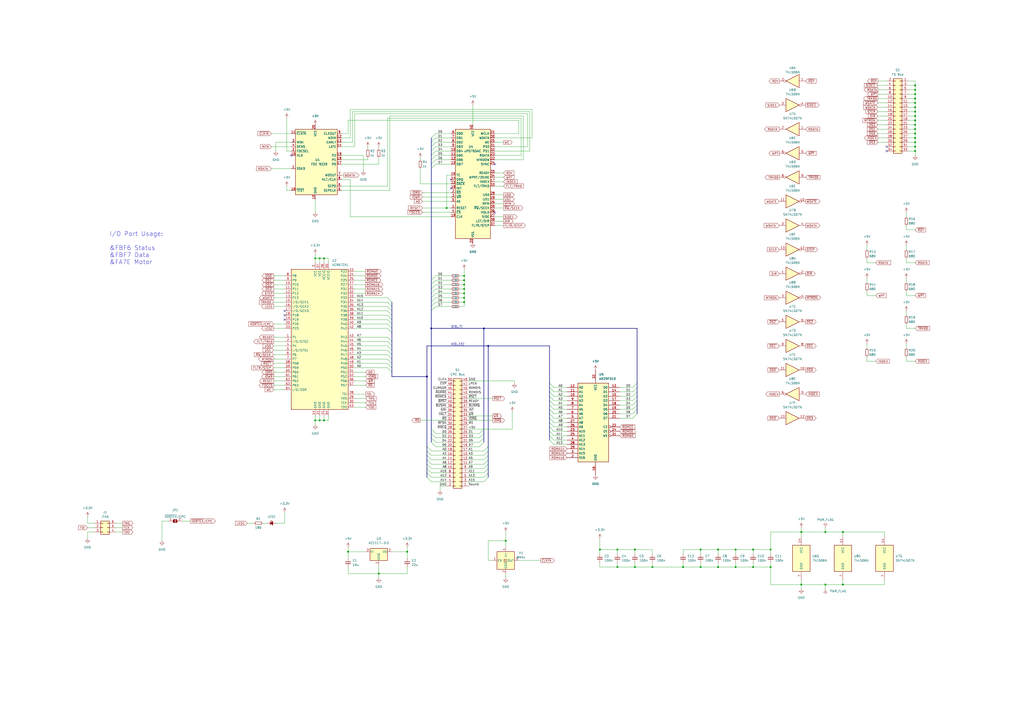
<source format=kicad_sch>
(kicad_sch (version 20211123) (generator eeschema)
  (paper "A2")
  (title_block (title "Vortex F1-D Reproduction") (date "2022-07-14"))
  (junction (at 530.86 77.47))
  (junction (at 368.3 318.77))
  (junction (at 283.21 200.66))
  (junction (at 368.3 328.93))
  (junction (at 358.14 328.93))
  (junction (at 464.82 308.61))
  (junction (at 447.04 328.93))
  (junction (at 269.24 162.56))
  (junction (at 488.95 308.61))
  (junction (at 187.96 149.86))
  (junction (at 478.79 308.61))
  (junction (at 478.79 339.09))
  (junction (at 378.46 328.93))
  (junction (at 406.4 328.93))
  (junction (at 530.86 72.39))
  (junction (at 488.95 339.09))
  (junction (at 259.08 120.65))
  (junction (at 269.24 175.26))
  (junction (at 530.86 85.09))
  (junction (at 530.86 52.07))
  (junction (at 187.96 243.84))
  (junction (at 426.72 318.77))
  (junction (at 396.24 328.93))
  (junction (at 358.14 318.77))
  (junction (at 280.67 190.5))
  (junction (at 426.72 328.93))
  (junction (at 269.24 165.1))
  (junction (at 406.4 318.77))
  (junction (at 269.24 170.18))
  (junction (at 416.56 318.77))
  (junction (at 530.86 74.93))
  (junction (at 182.88 149.86))
  (junction (at 269.24 172.72))
  (junction (at 530.86 64.77))
  (junction (at 185.42 149.86))
  (junction (at 201.93 320.04))
  (junction (at 236.22 320.04))
  (junction (at 464.82 339.09))
  (junction (at 530.86 57.15))
  (junction (at 416.56 328.93))
  (junction (at 447.04 318.77))
  (junction (at 269.24 167.64))
  (junction (at 530.86 49.53))
  (junction (at 530.86 82.55))
  (junction (at 530.86 67.31))
  (junction (at 182.88 243.84))
  (junction (at 530.86 80.01))
  (junction (at 219.71 332.74))
  (junction (at 185.42 243.84))
  (junction (at 347.98 318.77))
  (junction (at 269.24 160.02))
  (junction (at 530.86 69.85))
  (junction (at 436.88 328.93))
  (junction (at 436.88 318.77))
  (junction (at 247.65 218.44))
  (junction (at 293.37 313.69))
  (junction (at 530.86 87.63))
  (junction (at 250.19 190.5))
  (junction (at 530.86 59.69))
  (junction (at 530.86 54.61))
  (junction (at 530.86 62.23))
  (no_connect (at 168.91 90.17))
  (no_connect (at 514.35 85.09))
  (no_connect (at 514.35 87.63))
  (no_connect (at 261.62 104.14))
  (no_connect (at 165.1 180.34))
  (no_connect (at 165.1 182.88))
  (no_connect (at 165.1 185.42))
  (no_connect (at 261.62 109.22))
  (no_connect (at 287.02 95.25))
  (no_connect (at 287.02 123.19))
  (bus_entry (at 224.79 182.88) (size 2.54 2.54))
  (bus_entry (at 369.57 229.87) (size -2.54 2.54))
  (bus_entry (at 250.19 162.56) (size 2.54 -2.54))
  (bus_entry (at 318.77 227.33) (size 2.54 2.54))
  (bus_entry (at 247.65 264.16) (size 2.54 2.54))
  (bus_entry (at 369.57 227.33) (size -2.54 2.54))
  (bus_entry (at 250.19 180.34) (size 2.54 -2.54))
  (bus_entry (at 318.77 232.41) (size 2.54 2.54))
  (bus_entry (at 318.77 247.65) (size 2.54 2.54))
  (bus_entry (at 318.77 234.95) (size 2.54 2.54))
  (bus_entry (at 318.77 237.49) (size 2.54 2.54))
  (bus_entry (at 250.19 167.64) (size 2.54 -2.54))
  (bus_entry (at 250.19 177.8) (size 2.54 -2.54))
  (bus_entry (at 369.57 234.95) (size -2.54 2.54))
  (bus_entry (at 247.65 261.62) (size 2.54 2.54))
  (bus_entry (at 318.77 250.19) (size 2.54 2.54))
  (bus_entry (at 369.57 224.79) (size -2.54 2.54))
  (bus_entry (at 369.57 232.41) (size -2.54 2.54))
  (bus_entry (at 250.19 97.79) (size 2.54 -2.54))
  (bus_entry (at 250.19 175.26) (size 2.54 -2.54))
  (bus_entry (at 250.19 170.18) (size 2.54 -2.54))
  (bus_entry (at 369.57 240.03) (size -2.54 2.54))
  (bus_entry (at 247.65 271.78) (size 2.54 2.54))
  (bus_entry (at 318.77 222.25) (size 2.54 2.54))
  (bus_entry (at 247.65 266.7) (size 2.54 2.54))
  (bus_entry (at 369.57 237.49) (size -2.54 2.54))
  (bus_entry (at 318.77 252.73) (size 2.54 2.54))
  (bus_entry (at 318.77 229.87) (size 2.54 2.54))
  (bus_entry (at 318.77 255.27) (size 2.54 2.54))
  (bus_entry (at 318.77 224.79) (size 2.54 2.54))
  (bus_entry (at 250.19 165.1) (size 2.54 -2.54))
  (bus_entry (at 224.79 195.58) (size 2.54 2.54))
  (bus_entry (at 224.79 190.5) (size 2.54 2.54))
  (bus_entry (at 224.79 198.12) (size 2.54 2.54))
  (bus_entry (at 224.79 185.42) (size 2.54 2.54))
  (bus_entry (at 224.79 187.96) (size 2.54 2.54))
  (bus_entry (at 224.79 203.2) (size 2.54 2.54))
  (bus_entry (at 224.79 200.66) (size 2.54 2.54))
  (bus_entry (at 224.79 213.36) (size 2.54 2.54))
  (bus_entry (at 224.79 172.72) (size 2.54 2.54))
  (bus_entry (at 224.79 208.28) (size 2.54 2.54))
  (bus_entry (at 224.79 205.74) (size 2.54 2.54))
  (bus_entry (at 224.79 210.82) (size 2.54 2.54))
  (bus_entry (at 224.79 180.34) (size 2.54 2.54))
  (bus_entry (at 224.79 175.26) (size 2.54 2.54))
  (bus_entry (at 224.79 177.8) (size 2.54 2.54))
  (bus_entry (at 247.65 269.24) (size 2.54 2.54))
  (bus_entry (at 318.77 245.11) (size 2.54 2.54))
  (bus_entry (at 247.65 274.32) (size 2.54 2.54))
  (bus_entry (at 250.19 85.09) (size 2.54 -2.54))
  (bus_entry (at 250.19 80.01) (size 2.54 -2.54))
  (bus_entry (at 250.19 82.55) (size 2.54 -2.54))
  (bus_entry (at 250.19 92.71) (size 2.54 -2.54))
  (bus_entry (at 250.19 87.63) (size 2.54 -2.54))
  (bus_entry (at 250.19 90.17) (size 2.54 -2.54))
  (bus_entry (at 250.19 95.25) (size 2.54 -2.54))
  (bus_entry (at 247.65 276.86) (size 2.54 2.54))
  (bus_entry (at 250.19 172.72) (size 2.54 -2.54))
  (bus_entry (at 318.77 242.57) (size 2.54 2.54))
  (bus_entry (at 318.77 240.03) (size 2.54 2.54))
  (bus_entry (at 250.19 254) (size 2.54 2.54))
  (bus_entry (at 250.19 251.46) (size 2.54 2.54))
  (bus_entry (at 250.19 248.92) (size 2.54 2.54))
  (bus_entry (at 278.13 251.46) (size 2.54 -2.54))
  (bus_entry (at 278.13 254) (size 2.54 -2.54))
  (bus_entry (at 278.13 256.54) (size 2.54 -2.54))
  (bus_entry (at 278.13 259.08) (size 2.54 -2.54))
  (bus_entry (at 250.19 256.54) (size 2.54 2.54))
  (bus_entry (at 369.57 222.25) (size -2.54 2.54))
  (bus_entry (at 247.65 259.08) (size 2.54 2.54))
  (bus_entry (at 280.67 261.62) (size 2.54 -2.54))
  (bus_entry (at 280.67 279.4) (size 2.54 -2.54))
  (bus_entry (at 280.67 276.86) (size 2.54 -2.54))
  (bus_entry (at 280.67 274.32) (size 2.54 -2.54))
  (bus_entry (at 280.67 271.78) (size 2.54 -2.54))
  (bus_entry (at 280.67 266.7) (size 2.54 -2.54))
  (bus_entry (at 280.67 264.16) (size 2.54 -2.54))
  (bus_entry (at 280.67 269.24) (size 2.54 -2.54))
  (wire (pts (xy 166.37 107.95) (xy 166.37 110.49)))
  (bus (pts (xy 369.57 227.33) (xy 369.57 224.79)))
  (wire (pts (xy 212.09 223.52) (xy 205.74 223.52)))
  (wire (pts (xy 245.11 120.65) (xy 259.08 120.65)))
  (wire (pts (xy 266.7 160.02) (xy 269.24 160.02)))
  (wire (pts (xy 271.78 256.54) (xy 278.13 256.54)))
  (wire (pts (xy 525.78 161.29) (xy 525.78 163.83)))
  (wire (pts (xy 269.24 162.56) (xy 269.24 160.02)))
  (bus (pts (xy 247.65 200.66) (xy 247.65 218.44)))
  (bus (pts (xy 250.19 87.63) (xy 250.19 90.17)))
  (wire (pts (xy 509.27 74.93) (xy 514.35 74.93)))
  (wire (pts (xy 271.78 261.62) (xy 280.67 261.62)))
  (bus (pts (xy 250.19 180.34) (xy 250.19 190.5)))
  (wire (pts (xy 205.74 203.2) (xy 224.79 203.2)))
  (wire (pts (xy 525.78 149.86) (xy 525.78 152.4)))
  (wire (pts (xy 252.73 175.26) (xy 261.62 175.26)))
  (wire (pts (xy 509.27 54.61) (xy 514.35 54.61)))
  (wire (pts (xy 525.78 168.91) (xy 525.78 171.45)))
  (wire (pts (xy 347.98 326.39) (xy 347.98 328.93)))
  (bus (pts (xy 283.21 200.66) (xy 283.21 259.08)))
  (wire (pts (xy 185.42 149.86) (xy 182.88 149.86)))
  (wire (pts (xy 527.05 52.07) (xy 530.86 52.07)))
  (wire (pts (xy 205.74 200.66) (xy 224.79 200.66)))
  (wire (pts (xy 509.27 80.01) (xy 514.35 80.01)))
  (wire (pts (xy 271.78 231.14) (xy 285.75 231.14)))
  (wire (pts (xy 478.79 339.09) (xy 478.79 341.63)))
  (wire (pts (xy 203.2 125.73) (xy 261.62 125.73)))
  (bus (pts (xy 318.77 234.95) (xy 318.77 237.49)))
  (wire (pts (xy 271.78 269.24) (xy 280.67 269.24)))
  (wire (pts (xy 252.73 172.72) (xy 261.62 172.72)))
  (wire (pts (xy 158.75 170.18) (xy 165.1 170.18)))
  (wire (pts (xy 158.75 220.98) (xy 165.1 220.98)))
  (wire (pts (xy 158.75 218.44) (xy 165.1 218.44)))
  (wire (pts (xy 509.27 77.47) (xy 514.35 77.47)))
  (wire (pts (xy 527.05 69.85) (xy 530.86 69.85)))
  (wire (pts (xy 198.12 82.55) (xy 204.47 82.55)))
  (bus (pts (xy 247.65 259.08) (xy 247.65 261.62)))
  (wire (pts (xy 406.4 328.93) (xy 396.24 328.93)))
  (wire (pts (xy 158.75 213.36) (xy 165.1 213.36)))
  (wire (pts (xy 210.82 90.17) (xy 210.82 99.06)))
  (wire (pts (xy 271.78 243.84) (xy 285.75 243.84)))
  (wire (pts (xy 198.12 90.17) (xy 210.82 90.17)))
  (wire (pts (xy 269.24 160.02) (xy 269.24 156.21)))
  (wire (pts (xy 283.21 313.69) (xy 293.37 313.69)))
  (wire (pts (xy 245.11 123.19) (xy 261.62 123.19)))
  (wire (pts (xy 236.22 328.93) (xy 236.22 332.74)))
  (bus (pts (xy 250.19 190.5) (xy 250.19 248.92)))
  (wire (pts (xy 513.08 336.55) (xy 513.08 339.09)))
  (wire (pts (xy 447.04 339.09) (xy 464.82 339.09)))
  (wire (pts (xy 255.27 284.48) (xy 255.27 281.94)))
  (wire (pts (xy 236.22 320.04) (xy 236.22 323.85)))
  (wire (pts (xy 252.73 77.47) (xy 261.62 77.47)))
  (wire (pts (xy 513.08 339.09) (xy 488.95 339.09)))
  (wire (pts (xy 212.09 228.6) (xy 205.74 228.6)))
  (wire (pts (xy 201.93 332.74) (xy 219.71 332.74)))
  (bus (pts (xy 250.19 190.5) (xy 280.67 190.5)))
  (wire (pts (xy 527.05 49.53) (xy 530.86 49.53)))
  (wire (pts (xy 447.04 328.93) (xy 447.04 339.09)))
  (wire (pts (xy 266.7 175.26) (xy 269.24 175.26)))
  (bus (pts (xy 369.57 224.79) (xy 369.57 222.25)))
  (wire (pts (xy 271.78 254) (xy 278.13 254)))
  (wire (pts (xy 250.19 269.24) (xy 259.08 269.24)))
  (wire (pts (xy 396.24 321.31) (xy 396.24 318.77)))
  (wire (pts (xy 464.82 306.07) (xy 464.82 308.61)))
  (wire (pts (xy 157.48 85.09) (xy 168.91 85.09)))
  (wire (pts (xy 259.08 120.65) (xy 261.62 120.65)))
  (wire (pts (xy 54.61 303.53) (xy 50.8 303.53)))
  (wire (pts (xy 205.74 208.28) (xy 224.79 208.28)))
  (wire (pts (xy 205.74 175.26) (xy 224.79 175.26)))
  (bus (pts (xy 283.21 264.16) (xy 283.21 266.7)))
  (wire (pts (xy 212.09 320.04) (xy 201.93 320.04)))
  (wire (pts (xy 204.47 82.55) (xy 204.47 64.77)))
  (wire (pts (xy 245.11 116.84) (xy 261.62 116.84)))
  (wire (pts (xy 302.26 90.17) (xy 287.02 90.17)))
  (wire (pts (xy 199.39 101.6) (xy 198.12 101.6)))
  (wire (pts (xy 359.41 242.57) (xy 367.03 242.57)))
  (wire (pts (xy 93.98 302.26) (xy 93.98 313.69)))
  (wire (pts (xy 347.98 318.77) (xy 358.14 318.77)))
  (wire (pts (xy 287.02 125.73) (xy 292.1 125.73)))
  (wire (pts (xy 509.27 64.77) (xy 514.35 64.77)))
  (wire (pts (xy 205.74 177.8) (xy 224.79 177.8)))
  (wire (pts (xy 182.88 123.19) (xy 182.88 115.57)))
  (wire (pts (xy 243.84 106.68) (xy 261.62 106.68)))
  (wire (pts (xy 525.78 152.4) (xy 530.86 152.4)))
  (wire (pts (xy 271.78 274.32) (xy 280.67 274.32)))
  (bus (pts (xy 250.19 92.71) (xy 250.19 95.25)))
  (wire (pts (xy 201.93 69.85) (xy 300.99 69.85)))
  (wire (pts (xy 243.84 97.79) (xy 243.84 106.68)))
  (wire (pts (xy 198.12 92.71) (xy 213.36 92.71)))
  (wire (pts (xy 525.78 171.45) (xy 530.86 171.45)))
  (wire (pts (xy 293.37 308.61) (xy 293.37 313.69)))
  (wire (pts (xy 187.96 243.84) (xy 185.42 243.84)))
  (wire (pts (xy 54.61 308.61) (xy 50.8 308.61)))
  (wire (pts (xy 530.86 87.63) (xy 530.86 90.17)))
  (bus (pts (xy 250.19 170.18) (xy 250.19 172.72)))
  (bus (pts (xy 250.19 162.56) (xy 250.19 165.1)))
  (wire (pts (xy 158.75 205.74) (xy 165.1 205.74)))
  (wire (pts (xy 359.41 234.95) (xy 367.03 234.95)))
  (wire (pts (xy 527.05 85.09) (xy 530.86 85.09)))
  (wire (pts (xy 255.27 281.94) (xy 259.08 281.94)))
  (wire (pts (xy 321.31 257.81) (xy 328.93 257.81)))
  (wire (pts (xy 502.92 152.4) (xy 508 152.4)))
  (wire (pts (xy 530.86 77.47) (xy 530.86 80.01)))
  (wire (pts (xy 527.05 46.99) (xy 530.86 46.99)))
  (wire (pts (xy 203.2 104.14) (xy 203.2 125.73)))
  (bus (pts (xy 318.77 240.03) (xy 318.77 242.57)))
  (wire (pts (xy 502.92 149.86) (xy 502.92 152.4)))
  (wire (pts (xy 236.22 320.04) (xy 236.22 317.5)))
  (wire (pts (xy 205.74 195.58) (xy 224.79 195.58)))
  (wire (pts (xy 201.93 320.04) (xy 201.93 323.85)))
  (wire (pts (xy 530.86 80.01) (xy 530.86 82.55)))
  (bus (pts (xy 318.77 200.66) (xy 318.77 222.25)))
  (wire (pts (xy 198.12 95.25) (xy 219.71 95.25)))
  (wire (pts (xy 259.08 101.6) (xy 261.62 101.6)))
  (wire (pts (xy 252.73 90.17) (xy 261.62 90.17)))
  (wire (pts (xy 269.24 172.72) (xy 269.24 170.18)))
  (bus (pts (xy 283.21 261.62) (xy 283.21 264.16)))
  (wire (pts (xy 502.92 161.29) (xy 502.92 163.83)))
  (wire (pts (xy 157.48 97.79) (xy 168.91 97.79)))
  (wire (pts (xy 347.98 321.31) (xy 347.98 318.77)))
  (bus (pts (xy 250.19 167.64) (xy 250.19 170.18)))
  (wire (pts (xy 158.75 160.02) (xy 165.1 160.02)))
  (wire (pts (xy 250.19 264.16) (xy 259.08 264.16)))
  (wire (pts (xy 321.31 232.41) (xy 328.93 232.41)))
  (wire (pts (xy 212.09 233.68) (xy 205.74 233.68)))
  (wire (pts (xy 252.73 251.46) (xy 259.08 251.46)))
  (wire (pts (xy 502.92 168.91) (xy 502.92 171.45)))
  (wire (pts (xy 359.41 227.33) (xy 367.03 227.33)))
  (bus (pts (xy 250.19 90.17) (xy 250.19 92.71)))
  (wire (pts (xy 426.72 326.39) (xy 426.72 328.93)))
  (wire (pts (xy 308.61 80.01) (xy 287.02 80.01)))
  (wire (pts (xy 67.31 308.61) (xy 71.12 308.61)))
  (wire (pts (xy 271.78 276.86) (xy 280.67 276.86)))
  (wire (pts (xy 447.04 318.77) (xy 436.88 318.77)))
  (wire (pts (xy 198.12 77.47) (xy 201.93 77.47)))
  (wire (pts (xy 158.75 198.12) (xy 165.1 198.12)))
  (wire (pts (xy 205.74 213.36) (xy 224.79 213.36)))
  (wire (pts (xy 530.86 64.77) (xy 530.86 67.31)))
  (bus (pts (xy 283.21 269.24) (xy 283.21 271.78)))
  (wire (pts (xy 447.04 328.93) (xy 436.88 328.93)))
  (bus (pts (xy 250.19 165.1) (xy 250.19 167.64)))
  (wire (pts (xy 527.05 80.01) (xy 530.86 80.01)))
  (wire (pts (xy 201.93 320.04) (xy 201.93 317.5)))
  (wire (pts (xy 205.74 172.72) (xy 224.79 172.72)))
  (wire (pts (xy 219.71 95.25) (xy 219.71 91.44)))
  (wire (pts (xy 321.31 255.27) (xy 328.93 255.27)))
  (bus (pts (xy 247.65 200.66) (xy 283.21 200.66)))
  (wire (pts (xy 300.99 77.47) (xy 287.02 77.47)))
  (wire (pts (xy 416.56 321.31) (xy 416.56 318.77)))
  (wire (pts (xy 321.31 247.65) (xy 328.93 247.65)))
  (wire (pts (xy 243.84 91.44) (xy 243.84 92.71)))
  (wire (pts (xy 158.75 223.52) (xy 165.1 223.52)))
  (wire (pts (xy 527.05 74.93) (xy 530.86 74.93)))
  (wire (pts (xy 252.73 92.71) (xy 261.62 92.71)))
  (wire (pts (xy 509.27 49.53) (xy 514.35 49.53)))
  (bus (pts (xy 283.21 200.66) (xy 318.77 200.66)))
  (wire (pts (xy 525.78 199.39) (xy 525.78 201.93)))
  (wire (pts (xy 201.93 77.47) (xy 201.93 69.85)))
  (wire (pts (xy 359.41 224.79) (xy 367.03 224.79)))
  (wire (pts (xy 269.24 175.26) (xy 269.24 172.72)))
  (wire (pts (xy 530.86 46.99) (xy 530.86 49.53)))
  (wire (pts (xy 416.56 318.77) (xy 426.72 318.77)))
  (wire (pts (xy 287.02 102.87) (xy 292.1 102.87)))
  (bus (pts (xy 227.33 182.88) (xy 227.33 185.42)))
  (wire (pts (xy 269.24 167.64) (xy 269.24 165.1)))
  (wire (pts (xy 321.31 240.03) (xy 328.93 240.03)))
  (bus (pts (xy 227.33 180.34) (xy 227.33 182.88)))
  (wire (pts (xy 396.24 318.77) (xy 406.4 318.77)))
  (wire (pts (xy 157.48 77.47) (xy 168.91 77.47)))
  (wire (pts (xy 203.2 63.5) (xy 308.61 63.5)))
  (wire (pts (xy 158.75 208.28) (xy 165.1 208.28)))
  (wire (pts (xy 224.79 107.95) (xy 224.79 68.58)))
  (wire (pts (xy 464.82 339.09) (xy 464.82 341.63)))
  (bus (pts (xy 227.33 200.66) (xy 227.33 203.2)))
  (wire (pts (xy 252.73 80.01) (xy 261.62 80.01)))
  (wire (pts (xy 187.96 149.86) (xy 187.96 152.4)))
  (wire (pts (xy 158.75 175.26) (xy 165.1 175.26)))
  (wire (pts (xy 226.06 110.49) (xy 226.06 67.31)))
  (wire (pts (xy 287.02 128.27) (xy 292.1 128.27)))
  (wire (pts (xy 509.27 57.15) (xy 514.35 57.15)))
  (wire (pts (xy 509.27 46.99) (xy 514.35 46.99)))
  (wire (pts (xy 168.91 87.63) (xy 166.37 87.63)))
  (wire (pts (xy 212.09 236.22) (xy 205.74 236.22)))
  (wire (pts (xy 347.98 312.42) (xy 347.98 318.77)))
  (wire (pts (xy 488.95 336.55) (xy 488.95 339.09)))
  (wire (pts (xy 406.4 321.31) (xy 406.4 318.77)))
  (wire (pts (xy 368.3 326.39) (xy 368.3 328.93)))
  (wire (pts (xy 158.75 215.9) (xy 165.1 215.9)))
  (wire (pts (xy 509.27 59.69) (xy 514.35 59.69)))
  (wire (pts (xy 274.32 60.96) (xy 274.32 72.39)))
  (wire (pts (xy 266.7 172.72) (xy 269.24 172.72)))
  (wire (pts (xy 203.2 80.01) (xy 203.2 63.5)))
  (wire (pts (xy 530.86 85.09) (xy 530.86 87.63)))
  (wire (pts (xy 152.4 303.53) (xy 154.94 303.53)))
  (wire (pts (xy 266.7 167.64) (xy 269.24 167.64)))
  (bus (pts (xy 227.33 213.36) (xy 227.33 215.9)))
  (bus (pts (xy 318.77 237.49) (xy 318.77 240.03)))
  (wire (pts (xy 527.05 59.69) (xy 530.86 59.69)))
  (wire (pts (xy 502.92 207.01) (xy 502.92 209.55)))
  (wire (pts (xy 306.07 66.04) (xy 306.07 85.09)))
  (wire (pts (xy 190.5 243.84) (xy 187.96 243.84)))
  (bus (pts (xy 280.67 254) (xy 280.67 256.54)))
  (wire (pts (xy 182.88 149.86) (xy 182.88 152.4)))
  (wire (pts (xy 269.24 177.8) (xy 269.24 175.26)))
  (wire (pts (xy 266.7 170.18) (xy 269.24 170.18)))
  (bus (pts (xy 247.65 274.32) (xy 247.65 276.86)))
  (wire (pts (xy 426.72 318.77) (xy 436.88 318.77)))
  (wire (pts (xy 67.31 303.53) (xy 71.12 303.53)))
  (bus (pts (xy 283.21 266.7) (xy 283.21 269.24)))
  (wire (pts (xy 285.75 325.12) (xy 283.21 325.12)))
  (wire (pts (xy 527.05 57.15) (xy 530.86 57.15)))
  (wire (pts (xy 530.86 72.39) (xy 530.86 74.93)))
  (wire (pts (xy 93.98 302.26) (xy 97.79 302.26)))
  (bus (pts (xy 318.77 250.19) (xy 318.77 252.73)))
  (wire (pts (xy 321.31 245.11) (xy 328.93 245.11)))
  (wire (pts (xy 50.8 303.53) (xy 50.8 299.72)))
  (bus (pts (xy 283.21 271.78) (xy 283.21 274.32)))
  (wire (pts (xy 530.86 69.85) (xy 530.86 72.39)))
  (wire (pts (xy 396.24 326.39) (xy 396.24 328.93)))
  (wire (pts (xy 205.74 205.74) (xy 224.79 205.74)))
  (bus (pts (xy 247.65 271.78) (xy 247.65 274.32)))
  (wire (pts (xy 287.02 118.11) (xy 292.1 118.11)))
  (wire (pts (xy 396.24 328.93) (xy 378.46 328.93)))
  (wire (pts (xy 321.31 224.79) (xy 328.93 224.79)))
  (wire (pts (xy 525.78 190.5) (xy 530.86 190.5)))
  (wire (pts (xy 250.19 276.86) (xy 259.08 276.86)))
  (wire (pts (xy 527.05 62.23) (xy 530.86 62.23)))
  (wire (pts (xy 293.37 313.69) (xy 293.37 317.5)))
  (wire (pts (xy 158.75 195.58) (xy 165.1 195.58)))
  (wire (pts (xy 509.27 67.31) (xy 514.35 67.31)))
  (wire (pts (xy 219.71 85.09) (xy 219.71 86.36)))
  (wire (pts (xy 378.46 326.39) (xy 378.46 328.93)))
  (wire (pts (xy 252.73 95.25) (xy 261.62 95.25)))
  (wire (pts (xy 205.74 162.56) (xy 212.09 162.56)))
  (wire (pts (xy 205.74 170.18) (xy 212.09 170.18)))
  (wire (pts (xy 190.5 149.86) (xy 187.96 149.86)))
  (bus (pts (xy 369.57 229.87) (xy 369.57 227.33)))
  (wire (pts (xy 406.4 326.39) (xy 406.4 328.93)))
  (wire (pts (xy 416.56 328.93) (xy 406.4 328.93)))
  (bus (pts (xy 283.21 274.32) (xy 283.21 276.86)))
  (wire (pts (xy 297.18 248.92) (xy 297.18 238.76)))
  (wire (pts (xy 530.86 82.55) (xy 530.86 85.09)))
  (wire (pts (xy 160.02 82.55) (xy 160.02 87.63)))
  (bus (pts (xy 227.33 187.96) (xy 227.33 190.5)))
  (wire (pts (xy 530.86 62.23) (xy 530.86 64.77)))
  (wire (pts (xy 205.74 198.12) (xy 224.79 198.12)))
  (wire (pts (xy 252.73 254) (xy 259.08 254)))
  (wire (pts (xy 250.19 279.4) (xy 259.08 279.4)))
  (wire (pts (xy 530.86 59.69) (xy 530.86 62.23)))
  (wire (pts (xy 205.74 187.96) (xy 224.79 187.96)))
  (wire (pts (xy 287.02 82.55) (xy 292.1 82.55)))
  (bus (pts (xy 318.77 222.25) (xy 318.77 224.79)))
  (wire (pts (xy 464.82 336.55) (xy 464.82 339.09)))
  (wire (pts (xy 368.3 328.93) (xy 358.14 328.93)))
  (wire (pts (xy 271.78 279.4) (xy 280.67 279.4)))
  (wire (pts (xy 158.75 167.64) (xy 165.1 167.64)))
  (wire (pts (xy 527.05 87.63) (xy 530.86 87.63)))
  (wire (pts (xy 182.88 147.32) (xy 182.88 149.86)))
  (wire (pts (xy 303.53 67.31) (xy 303.53 92.71)))
  (bus (pts (xy 227.33 175.26) (xy 227.33 177.8)))
  (wire (pts (xy 378.46 318.77) (xy 368.3 318.77)))
  (wire (pts (xy 205.74 190.5) (xy 224.79 190.5)))
  (wire (pts (xy 105.41 302.26) (xy 110.49 302.26)))
  (wire (pts (xy 525.78 133.35) (xy 530.86 133.35)))
  (wire (pts (xy 478.79 306.07) (xy 478.79 308.61)))
  (bus (pts (xy 247.65 218.44) (xy 247.65 259.08)))
  (wire (pts (xy 259.08 101.6) (xy 259.08 120.65)))
  (wire (pts (xy 283.21 325.12) (xy 283.21 313.69)))
  (wire (pts (xy 198.12 104.14) (xy 203.2 104.14)))
  (wire (pts (xy 513.08 308.61) (xy 488.95 308.61)))
  (wire (pts (xy 205.74 85.09) (xy 205.74 66.04)))
  (wire (pts (xy 359.41 229.87) (xy 367.03 229.87)))
  (wire (pts (xy 525.78 142.24) (xy 525.78 144.78)))
  (bus (pts (xy 227.33 193.04) (xy 227.33 198.12)))
  (wire (pts (xy 205.74 66.04) (xy 306.07 66.04)))
  (wire (pts (xy 502.92 142.24) (xy 502.92 144.78)))
  (bus (pts (xy 369.57 240.03) (xy 369.57 237.49)))
  (wire (pts (xy 447.04 308.61) (xy 464.82 308.61)))
  (wire (pts (xy 321.31 242.57) (xy 328.93 242.57)))
  (wire (pts (xy 245.11 114.3) (xy 261.62 114.3)))
  (wire (pts (xy 513.08 311.15) (xy 513.08 308.61)))
  (wire (pts (xy 525.78 207.01) (xy 525.78 209.55)))
  (wire (pts (xy 187.96 149.86) (xy 185.42 149.86)))
  (bus (pts (xy 318.77 242.57) (xy 318.77 245.11)))
  (wire (pts (xy 67.31 306.07) (xy 71.12 306.07)))
  (wire (pts (xy 166.37 110.49) (xy 168.91 110.49)))
  (wire (pts (xy 252.73 170.18) (xy 261.62 170.18)))
  (bus (pts (xy 250.19 80.01) (xy 250.19 82.55)))
  (wire (pts (xy 271.78 241.3) (xy 285.75 241.3)))
  (wire (pts (xy 525.78 187.96) (xy 525.78 190.5)))
  (wire (pts (xy 252.73 259.08) (xy 259.08 259.08)))
  (wire (pts (xy 252.73 82.55) (xy 261.62 82.55)))
  (wire (pts (xy 205.74 185.42) (xy 224.79 185.42)))
  (wire (pts (xy 252.73 87.63) (xy 261.62 87.63)))
  (wire (pts (xy 271.78 271.78) (xy 280.67 271.78)))
  (wire (pts (xy 478.79 339.09) (xy 464.82 339.09)))
  (wire (pts (xy 50.8 308.61) (xy 50.8 312.42)))
  (bus (pts (xy 369.57 234.95) (xy 369.57 232.41)))
  (wire (pts (xy 502.92 199.39) (xy 502.92 201.93)))
  (wire (pts (xy 509.27 69.85) (xy 514.35 69.85)))
  (wire (pts (xy 158.75 172.72) (xy 165.1 172.72)))
  (wire (pts (xy 205.74 160.02) (xy 212.09 160.02)))
  (wire (pts (xy 426.72 328.93) (xy 416.56 328.93)))
  (wire (pts (xy 243.84 243.84) (xy 259.08 243.84)))
  (wire (pts (xy 252.73 162.56) (xy 261.62 162.56)))
  (bus (pts (xy 227.33 208.28) (xy 227.33 210.82)))
  (wire (pts (xy 185.42 149.86) (xy 185.42 152.4)))
  (bus (pts (xy 247.65 261.62) (xy 247.65 264.16)))
  (bus (pts (xy 250.19 82.55) (xy 250.19 85.09)))
  (wire (pts (xy 530.86 67.31) (xy 530.86 69.85)))
  (bus (pts (xy 250.19 254) (xy 250.19 256.54)))
  (wire (pts (xy 50.8 306.07) (xy 54.61 306.07)))
  (wire (pts (xy 165.1 303.53) (xy 165.1 297.18)))
  (wire (pts (xy 158.75 226.06) (xy 165.1 226.06)))
  (wire (pts (xy 436.88 321.31) (xy 436.88 318.77)))
  (wire (pts (xy 219.71 327.66) (xy 219.71 332.74)))
  (bus (pts (xy 369.57 237.49) (xy 369.57 234.95)))
  (bus (pts (xy 280.67 248.92) (xy 280.67 251.46)))
  (wire (pts (xy 530.86 74.93) (xy 530.86 77.47)))
  (wire (pts (xy 298.45 220.98) (xy 271.78 220.98)))
  (bus (pts (xy 250.19 175.26) (xy 250.19 177.8)))
  (wire (pts (xy 250.19 271.78) (xy 259.08 271.78)))
  (wire (pts (xy 266.7 162.56) (xy 269.24 162.56)))
  (wire (pts (xy 224.79 68.58) (xy 302.26 68.58)))
  (wire (pts (xy 509.27 52.07) (xy 514.35 52.07)))
  (wire (pts (xy 488.95 308.61) (xy 488.95 311.15)))
  (wire (pts (xy 298.45 222.25) (xy 298.45 220.98)))
  (wire (pts (xy 165.1 177.8) (xy 158.75 177.8)))
  (wire (pts (xy 287.02 100.33) (xy 292.1 100.33)))
  (wire (pts (xy 266.7 177.8) (xy 269.24 177.8)))
  (bus (pts (xy 250.19 97.79) (xy 250.19 162.56)))
  (wire (pts (xy 158.75 165.1) (xy 165.1 165.1)))
  (wire (pts (xy 158.75 162.56) (xy 165.1 162.56)))
  (wire (pts (xy 378.46 328.93) (xy 368.3 328.93)))
  (wire (pts (xy 182.88 241.3) (xy 182.88 243.84)))
  (wire (pts (xy 293.37 332.74) (xy 293.37 335.28)))
  (wire (pts (xy 198.12 107.95) (xy 224.79 107.95)))
  (wire (pts (xy 527.05 72.39) (xy 530.86 72.39)))
  (wire (pts (xy 160.02 303.53) (xy 165.1 303.53)))
  (wire (pts (xy 464.82 308.61) (xy 464.82 311.15)))
  (wire (pts (xy 271.78 259.08) (xy 278.13 259.08)))
  (wire (pts (xy 358.14 328.93) (xy 358.14 326.39)))
  (wire (pts (xy 182.88 243.84) (xy 185.42 243.84)))
  (bus (pts (xy 250.19 85.09) (xy 250.19 87.63)))
  (wire (pts (xy 252.73 256.54) (xy 259.08 256.54)))
  (wire (pts (xy 252.73 160.02) (xy 261.62 160.02)))
  (wire (pts (xy 436.88 328.93) (xy 426.72 328.93)))
  (wire (pts (xy 302.26 68.58) (xy 302.26 90.17)))
  (bus (pts (xy 250.19 95.25) (xy 250.19 97.79)))
  (wire (pts (xy 527.05 67.31) (xy 530.86 67.31)))
  (wire (pts (xy 509.27 72.39) (xy 514.35 72.39)))
  (bus (pts (xy 227.33 215.9) (xy 227.33 218.44)))
  (wire (pts (xy 303.53 92.71) (xy 287.02 92.71)))
  (wire (pts (xy 478.79 308.61) (xy 488.95 308.61)))
  (wire (pts (xy 168.91 82.55) (xy 160.02 82.55)))
  (wire (pts (xy 307.34 64.77) (xy 307.34 87.63)))
  (wire (pts (xy 166.37 87.63) (xy 166.37 68.58)))
  (wire (pts (xy 252.73 85.09) (xy 261.62 85.09)))
  (bus (pts (xy 318.77 232.41) (xy 318.77 234.95)))
  (bus (pts (xy 369.57 232.41) (xy 369.57 229.87)))
  (wire (pts (xy 271.78 264.16) (xy 280.67 264.16)))
  (wire (pts (xy 527.05 77.47) (xy 530.86 77.47)))
  (wire (pts (xy 165.1 190.5) (xy 158.75 190.5)))
  (wire (pts (xy 321.31 234.95) (xy 328.93 234.95)))
  (wire (pts (xy 287.02 113.03) (xy 292.1 113.03)))
  (wire (pts (xy 287.02 105.41) (xy 292.1 105.41)))
  (wire (pts (xy 530.86 54.61) (xy 530.86 57.15)))
  (wire (pts (xy 287.02 120.65) (xy 292.1 120.65)))
  (wire (pts (xy 321.31 237.49) (xy 328.93 237.49)))
  (wire (pts (xy 416.56 326.39) (xy 416.56 328.93)))
  (wire (pts (xy 359.41 237.49) (xy 367.03 237.49)))
  (wire (pts (xy 250.19 266.7) (xy 259.08 266.7)))
  (bus (pts (xy 227.33 205.74) (xy 227.33 208.28)))
  (wire (pts (xy 212.09 231.14) (xy 205.74 231.14)))
  (bus (pts (xy 318.77 227.33) (xy 318.77 229.87)))
  (bus (pts (xy 250.19 251.46) (xy 250.19 254)))
  (wire (pts (xy 321.31 227.33) (xy 328.93 227.33)))
  (wire (pts (xy 158.75 200.66) (xy 165.1 200.66)))
  (wire (pts (xy 368.3 318.77) (xy 358.14 318.77)))
  (bus (pts (xy 318.77 252.73) (xy 318.77 255.27)))
  (bus (pts (xy 318.77 224.79) (xy 318.77 227.33)))
  (bus (pts (xy 318.77 229.87) (xy 318.77 232.41)))
  (bus (pts (xy 250.19 172.72) (xy 250.19 175.26)))
  (wire (pts (xy 502.92 171.45) (xy 508 171.45)))
  (wire (pts (xy 527.05 82.55) (xy 530.86 82.55)))
  (wire (pts (xy 488.95 339.09) (xy 478.79 339.09)))
  (wire (pts (xy 227.33 320.04) (xy 236.22 320.04)))
  (wire (pts (xy 530.86 57.15) (xy 530.86 59.69)))
  (wire (pts (xy 205.74 157.48) (xy 212.09 157.48)))
  (wire (pts (xy 250.19 274.32) (xy 259.08 274.32)))
  (wire (pts (xy 187.96 241.3) (xy 187.96 243.84)))
  (wire (pts (xy 447.04 308.61) (xy 447.04 318.77)))
  (wire (pts (xy 280.67 248.92) (xy 297.18 248.92)))
  (wire (pts (xy 158.75 187.96) (xy 165.1 187.96)))
  (wire (pts (xy 527.05 64.77) (xy 530.86 64.77)))
  (wire (pts (xy 205.74 180.34) (xy 224.79 180.34)))
  (wire (pts (xy 212.09 220.98) (xy 205.74 220.98)))
  (bus (pts (xy 227.33 185.42) (xy 227.33 187.96)))
  (bus (pts (xy 227.33 190.5) (xy 227.33 193.04)))
  (wire (pts (xy 287.02 130.81) (xy 292.1 130.81)))
  (bus (pts (xy 250.19 177.8) (xy 250.19 180.34)))
  (wire (pts (xy 321.31 229.87) (xy 328.93 229.87)))
  (wire (pts (xy 527.05 54.61) (xy 530.86 54.61)))
  (wire (pts (xy 368.3 321.31) (xy 368.3 318.77)))
  (wire (pts (xy 269.24 170.18) (xy 269.24 167.64)))
  (wire (pts (xy 269.24 165.1) (xy 269.24 162.56)))
  (wire (pts (xy 252.73 165.1) (xy 261.62 165.1)))
  (bus (pts (xy 227.33 177.8) (xy 227.33 180.34)))
  (bus (pts (xy 227.33 210.82) (xy 227.33 213.36)))
  (wire (pts (xy 271.78 251.46) (xy 278.13 251.46)))
  (wire (pts (xy 436.88 326.39) (xy 436.88 328.93)))
  (wire (pts (xy 204.47 64.77) (xy 307.34 64.77)))
  (wire (pts (xy 307.34 87.63) (xy 287.02 87.63)))
  (wire (pts (xy 300.99 69.85) (xy 300.99 77.47)))
  (wire (pts (xy 198.12 110.49) (xy 226.06 110.49)))
  (wire (pts (xy 321.31 250.19) (xy 328.93 250.19)))
  (wire (pts (xy 213.36 85.09) (xy 213.36 86.36)))
  (wire (pts (xy 205.74 165.1) (xy 212.09 165.1)))
  (bus (pts (xy 227.33 218.44) (xy 247.65 218.44)))
  (wire (pts (xy 287.02 115.57) (xy 292.1 115.57)))
  (wire (pts (xy 266.7 165.1) (xy 269.24 165.1)))
  (wire (pts (xy 306.07 85.09) (xy 287.02 85.09)))
  (wire (pts (xy 198.12 80.01) (xy 203.2 80.01)))
  (wire (pts (xy 509.27 82.55) (xy 514.35 82.55)))
  (wire (pts (xy 158.75 210.82) (xy 165.1 210.82)))
  (wire (pts (xy 280.67 248.92) (xy 271.78 248.92)))
  (bus (pts (xy 247.65 269.24) (xy 247.65 271.78)))
  (wire (pts (xy 525.78 209.55) (xy 530.86 209.55)))
  (wire (pts (xy 525.78 123.19) (xy 525.78 125.73)))
  (bus (pts (xy 247.65 264.16) (xy 247.65 266.7)))
  (wire (pts (xy 359.41 240.03) (xy 367.03 240.03)))
  (wire (pts (xy 212.09 215.9) (xy 205.74 215.9)))
  (bus (pts (xy 280.67 251.46) (xy 280.67 254)))
  (bus (pts (xy 318.77 247.65) (xy 318.77 250.19)))
  (wire (pts (xy 447.04 326.39) (xy 447.04 328.93)))
  (wire (pts (xy 252.73 177.8) (xy 261.62 177.8)))
  (wire (pts (xy 158.75 203.2) (xy 165.1 203.2)))
  (wire (pts (xy 347.98 328.93) (xy 358.14 328.93)))
  (wire (pts (xy 359.41 232.41) (xy 367.03 232.41)))
  (wire (pts (xy 236.22 332.74) (xy 219.71 332.74)))
  (wire (pts (xy 185.42 243.84) (xy 185.42 241.3)))
  (wire (pts (xy 525.78 130.81) (xy 525.78 133.35)))
  (bus (pts (xy 369.57 222.25) (xy 369.57 190.5)))
  (wire (pts (xy 406.4 318.77) (xy 416.56 318.77)))
  (wire (pts (xy 245.11 111.76) (xy 261.62 111.76)))
  (wire (pts (xy 308.61 63.5) (xy 308.61 80.01)))
  (wire (pts (xy 205.74 167.64) (xy 212.09 167.64)))
  (wire (pts (xy 271.78 266.7) (xy 280.67 266.7)))
  (wire (pts (xy 205.74 182.88) (xy 224.79 182.88)))
  (bus (pts (xy 280.67 190.5) (xy 280.67 248.92)))
  (wire (pts (xy 252.73 167.64) (xy 261.62 167.64)))
  (bus (pts (xy 369.57 190.5) (xy 280.67 190.5)))
  (wire (pts (xy 530.86 52.07) (xy 530.86 54.61)))
  (wire (pts (xy 502.92 209.55) (xy 508 209.55)))
  (wire (pts (xy 358.14 318.77) (xy 358.14 321.31)))
  (wire (pts (xy 205.74 210.82) (xy 224.79 210.82)))
  (wire (pts (xy 426.72 321.31) (xy 426.72 318.77)))
  (wire (pts (xy 530.86 49.53) (xy 530.86 52.07)))
  (wire (pts (xy 143.51 303.53) (xy 147.32 303.53)))
  (wire (pts (xy 219.71 332.74) (xy 219.71 335.28)))
  (wire (pts (xy 213.36 92.71) (xy 213.36 91.44)))
  (wire (pts (xy 509.27 62.23) (xy 514.35 62.23)))
  (bus (pts (xy 250.19 248.92) (xy 250.19 251.46)))
  (wire (pts (xy 250.19 261.62) (xy 259.08 261.62)))
  (wire (pts (xy 378.46 321.31) (xy 378.46 318.77)))
  (wire (pts (xy 190.5 241.3) (xy 190.5 243.84)))
  (bus (pts (xy 227.33 203.2) (xy 227.33 205.74)))
  (bus (pts (xy 283.21 259.08) (xy 283.21 261.62)))
  (wire (pts (xy 300.99 325.12) (xy 313.69 325.12)))
  (wire (pts (xy 212.09 218.44) (xy 205.74 218.44)))
  (bus (pts (xy 318.77 245.11) (xy 318.77 247.65)))
  (wire (pts (xy 287.02 107.95) (xy 292.1 107.95)))
  (bus (pts (xy 247.65 266.7) (xy 247.65 269.24)))
  (bus (pts (xy 227.33 198.12) (xy 227.33 200.66)))
  (wire (pts (xy 226.06 67.31) (xy 303.53 67.31)))
  (wire (pts (xy 321.31 252.73) (xy 328.93 252.73)))
  (wire (pts (xy 190.5 152.4) (xy 190.5 149.86)))
  (wire (pts (xy 447.04 321.31) (xy 447.04 318.77)))
  (wire (pts (xy 525.78 180.34) (xy 525.78 182.88)))
  (wire (pts (xy 201.93 328.93) (xy 201.93 332.74)))
  (wire (pts (xy 198.12 85.09) (xy 205.74 85.09)))
  (wire (pts (xy 464.82 308.61) (xy 478.79 308.61)))
  (wire (pts (xy 182.88 243.84) (xy 182.88 246.38)))
  (text "I/O Port Usage:\n\n&FBF6 Status\n&FBF7 Data\n&FA7E Motor" (at 63.5 153.67 0) (effects (font (size 2.54 2.54)) (justify left bottom)))
  (label "A11" (at 326.39 252.73 180))
  (label "A8" (at 326.39 245.11 180))
  (label "~{HALT}" (at 259.08 241.3 180))
  (label "A4" (at 207.01 203.2 0))
  (label "D3" (at 271.78 254 0))
  (label "A13" (at 271.78 276.86 0))
  (label "D1" (at 365.76 227.33 180))
  (label "A2" (at 207.01 208.28 0))
  (label "A2" (at 326.39 229.87 180))
  (label "~{WR}" (at 271.78 241.3 0))
  (label "READY" (at 271.78 233.68 0))
  (label "A0" (at 259.08 261.62 180))
  (label "D5" (at 365.76 237.49 180))
  (label "D0" (at 254 160.02 0))
  (label "D1" (at 271.78 251.46 0))
  (label "~{MREQ}" (at 259.08 248.92 180))
  (label "~{BUSAK}" (at 259.08 236.22 180))
  (label "D[0..7]" (at 261.62 190.5 0))
  (label "D1" (at 254 80.01 0))
  (label "A15" (at 271.78 279.4 0))
  (label "A14" (at 259.08 279.4 180))
  (label "D0" (at 365.76 224.79 180))
  (label "~{NMI}" (at 259.08 238.76 180))
  (label "A8" (at 259.08 271.78 180))
  (label "A7" (at 326.39 242.57 180))
  (label "~{RSET}" (at 271.78 231.14 0))
  (label "A1" (at 207.01 210.82 0))
  (label "~{IORQ}" (at 271.78 243.84 0))
  (label "~{BUSRQ}" (at 271.78 236.22 0))
  (label "A5" (at 271.78 266.7 0))
  (label "D6" (at 259.08 259.08 180))
  (label "D3" (at 254 85.09 0))
  (label "A9" (at 271.78 271.78 0))
  (label "A13" (at 326.39 257.81 180))
  (label "D2" (at 254 165.1 0))
  (label "D5" (at 271.78 256.54 0))
  (label "A15" (at 207.01 172.72 0))
  (label "A5" (at 326.39 237.49 180))
  (label "~{M1}" (at 271.78 246.38 0))
  (label "CLK4" (at 259.08 220.98 180))
  (label "A3" (at 326.39 232.41 180))
  (label "A10" (at 326.39 250.19 180))
  (label "D6" (at 254 92.71 0))
  (label "~{RAMRD}" (at 259.08 228.6 180))
  (label "A2" (at 259.08 264.16 180))
  (label "~{EXP}" (at 259.08 223.52 180))
  (label "D3" (at 254 167.64 0))
  (label "ROMDIS" (at 271.78 228.6 0))
  (label "~{INT}" (at 271.78 238.76 0))
  (label "A14" (at 207.01 175.26 0))
  (label "D3" (at 365.76 232.41 180))
  (label "D2" (at 365.76 229.87 180))
  (label "A6" (at 207.01 198.12 0))
  (label "A1" (at 326.39 227.33 180))
  (label "~{ROMEN}" (at 259.08 231.14 180))
  (label "A12" (at 259.08 276.86 180))
  (label "A10" (at 207.01 185.42 0))
  (label "A[0..15]" (at 261.62 200.66 0))
  (label "D6" (at 365.76 240.03 180))
  (label "D2" (at 254 82.55 0))
  (label "A0" (at 326.39 224.79 180))
  (label "A10" (at 259.08 274.32 180))
  (label "A9" (at 326.39 247.65 180))
  (label "~{RD}" (at 259.08 243.84 180))
  (label "A6" (at 326.39 240.03 180))
  (label "D4" (at 365.76 234.95 180))
  (label "A0" (at 207.01 213.36 0))
  (label "A6" (at 259.08 269.24 180))
  (label "CURSOR" (at 259.08 226.06 180))
  (label "Sound" (at 271.78 281.94 0))
  (label "~{BRST}" (at 259.08 233.68 180))
  (label "D2" (at 259.08 254 180))
  (label "D4" (at 254 87.63 0))
  (label "D1" (at 254 162.56 0))
  (label "A3" (at 271.78 264.16 0))
  (label "D7" (at 365.76 242.57 180))
  (label "RAMDIS" (at 271.78 226.06 0))
  (label "D0" (at 254 77.47 0))
  (label "A12" (at 207.01 180.34 0))
  (label "LPEN" (at 271.78 223.52 0))
  (label "A4" (at 259.08 266.7 180))
  (label "D7" (at 254 177.8 0))
  (label "A12" (at 326.39 255.27 180))
  (label "A8" (at 207.01 190.5 0))
  (label "D4" (at 254 170.18 0))
  (label "~{RFSH}" (at 259.08 246.38 180))
  (label "D0" (at 259.08 251.46 180))
  (label "GND" (at 259.08 281.94 180))
  (label "D5" (at 254 172.72 0))
  (label "A11" (at 207.01 182.88 0))
  (label "A7" (at 271.78 269.24 0))
  (label "A3" (at 207.01 205.74 0))
  (label "A5" (at 207.01 200.66 0))
  (label "A9" (at 207.01 187.96 0))
  (label "A4" (at 326.39 234.95 180))
  (label "A1" (at 271.78 261.62 0))
  (label "D7" (at 254 95.25 0))
  (label "+5V" (at 271.78 248.92 0))
  (label "D5" (at 254 90.17 0))
  (label "D6" (at 254 175.26 0))
  (label "A11" (at 271.78 274.32 0))
  (label "A13" (at 207.01 177.8 0))
  (label "A7" (at 207.01 195.58 0))
  (label "D4" (at 259.08 256.54 180))
  (label "GND" (at 271.78 220.98 0))
  (label "D7" (at 271.78 259.08 0))
  (global_label "~{RDY}" (shape output) (at 509.27 46.99 180) (property "Intersheet References" "${INTERSHEET_REFS}" (effects hide)))
  (global_label "WGATE" (shape output) (at 158.75 172.72 180) (property "Intersheet References" "${INTERSHEET_REFS}" (effects hide)))
  (global_label "RDATA" (shape input) (at 467.36 74.93 0) (property "Intersheet References" "${INTERSHEET_REFS}" (effects hide)))
  (global_label "~{TRK00}" (shape output) (at 509.27 57.15 180) (property "Intersheet References" "${INTERSHEET_REFS}" (effects hide)))
  (global_label "WPT" (shape input) (at 508 171.45 0) (property "Intersheet References" "${INTERSHEET_REFS}" (effects hide)))
  (global_label "WDATA'" (shape output) (at 199.39 101.6 0) (property "Intersheet References" "${INTERSHEET_REFS}" (effects hide)))
  (global_label "ROMA14" (shape output) (at 212.09 170.18 0) (property "Intersheet References" "${INTERSHEET_REFS}" (effects hide)))
  (global_label "RDY" (shape input) (at 292.1 100.33 0) (property "Intersheet References" "${INTERSHEET_REFS}" (effects hide)))
  (global_label "~{ROMCE}" (shape input) (at 359.41 247.65 0) (property "Intersheet References" "${INTERSHEET_REFS}" (effects hide)))
  (global_label "~{WGATE}" (shape input) (at 509.27 59.69 180) (property "Intersheet References" "${INTERSHEET_REFS}" (effects hide)))
  (global_label "~{RSET}" (shape input) (at 158.75 210.82 180) (property "Intersheet References" "${INTERSHEET_REFS}" (effects hide)))
  (global_label "~{RD}" (shape output) (at 243.84 243.84 180) (property "Intersheet References" "${INTERSHEET_REFS}" (effects hide)))
  (global_label "~{DS3'}" (shape input) (at 452.12 242.57 180) (property "Intersheet References" "${INTERSHEET_REFS}" (effects hide)))
  (global_label "SIDE1" (shape output) (at 292.1 125.73 0) (property "Intersheet References" "${INTERSHEET_REFS}" (effects hide)))
  (global_label "~{IORQ}" (shape output) (at 285.75 243.84 0) (property "Intersheet References" "${INTERSHEET_REFS}" (effects hide)))
  (global_label "TDI" (shape input) (at 50.8 306.07 180) (property "Intersheet References" "${INTERSHEET_REFS}" (effects hide)))
  (global_label "STEP" (shape input) (at 452.12 144.78 180) (property "Intersheet References" "${INTERSHEET_REFS}" (effects hide)))
  (global_label "~{DS0}" (shape input) (at 509.27 77.47 180) (property "Intersheet References" "${INTERSHEET_REFS}" (effects hide)))
  (global_label "~{WPT}" (shape input) (at 467.36 88.9 0) (property "Intersheet References" "${INTERSHEET_REFS}" (effects hide)))
  (global_label "RESET" (shape output) (at 158.75 220.98 180) (property "Intersheet References" "${INTERSHEET_REFS}" (effects hide)))
  (global_label "~{DS1'}" (shape output) (at 158.75 162.56 180) (property "Intersheet References" "${INTERSHEET_REFS}" (effects hide)))
  (global_label "MFM" (shape output) (at 292.1 118.11 0) (property "Intersheet References" "${INTERSHEET_REFS}" (effects hide)))
  (global_label "~{IOWR}" (shape output) (at 158.75 218.44 180) (property "Intersheet References" "${INTERSHEET_REFS}" (effects hide)))
  (global_label "RDATA" (shape output) (at 509.27 52.07 180) (property "Intersheet References" "${INTERSHEET_REFS}" (effects hide)))
  (global_label "~{RW}{slash}SEEK" (shape output) (at 292.1 120.65 0) (property "Intersheet References" "${INTERSHEET_REFS}" (effects hide)))
  (global_label "~{DIR}" (shape output) (at 467.36 158.75 0) (property "Intersheet References" "${INTERSHEET_REFS}" (effects hide)))
  (global_label "~{INDEX}" (shape input) (at 467.36 228.6 0) (property "Intersheet References" "${INTERSHEET_REFS}" (effects hide)))
  (global_label "TDO" (shape output) (at 71.12 308.61 0) (property "Intersheet References" "${INTERSHEET_REFS}" (effects hide)))
  (global_label "ROMA14" (shape input) (at 328.93 260.35 180) (property "Intersheet References" "${INTERSHEET_REFS}" (effects hide)))
  (global_label "DIR" (shape output) (at 292.1 128.27 0) (property "Intersheet References" "${INTERSHEET_REFS}" (effects hide)))
  (global_label "~{DS2}" (shape input) (at 509.27 72.39 180) (property "Intersheet References" "${INTERSHEET_REFS}" (effects hide)))
  (global_label "DIR" (shape input) (at 452.12 158.75 180) (property "Intersheet References" "${INTERSHEET_REFS}" (effects hide)))
  (global_label "~{DIR}" (shape input) (at 509.27 67.31 180) (property "Intersheet References" "${INTERSHEET_REFS}" (effects hide)))
  (global_label "INDEX" (shape input) (at 508 209.55 0) (property "Intersheet References" "${INTERSHEET_REFS}" (effects hide)))
  (global_label "RDATA'" (shape input) (at 157.48 97.79 180) (property "Intersheet References" "${INTERSHEET_REFS}" (effects hide)))
  (global_label "LED2" (shape output) (at 158.75 190.5 180) (property "Intersheet References" "${INTERSHEET_REFS}" (effects hide)))
  (global_label "~{MTRON}" (shape output) (at 467.36 172.72 0) (property "Intersheet References" "${INTERSHEET_REFS}" (effects hide)))
  (global_label "TRK00" (shape input) (at 158.75 175.26 180) (property "Intersheet References" "${INTERSHEET_REFS}" (effects hide)))
  (global_label "~{ROMCE}" (shape output) (at 212.09 162.56 0) (property "Intersheet References" "${INTERSHEET_REFS}" (effects hide)))
  (global_label "RESET" (shape input) (at 245.11 120.65 180) (property "Intersheet References" "${INTERSHEET_REFS}" (effects hide)))
  (global_label "~{WPT}" (shape output) (at 509.27 54.61 180) (property "Intersheet References" "${INTERSHEET_REFS}" (effects hide)))
  (global_label "~{STEP}" (shape output) (at 467.36 144.78 0) (property "Intersheet References" "${INTERSHEET_REFS}" (effects hide)))
  (global_label "~{RDY}" (shape input) (at 467.36 46.99 0) (property "Intersheet References" "${INTERSHEET_REFS}" (effects hide)))
  (global_label "US1" (shape input) (at 158.75 203.2 180) (property "Intersheet References" "${INTERSHEET_REFS}" (effects hide)))
  (global_label "~{INDEX}" (shape output) (at 509.27 80.01 180) (property "Intersheet References" "${INTERSHEET_REFS}" (effects hide)))
  (global_label "~{DS2'}" (shape input) (at 452.12 186.69 180) (property "Intersheet References" "${INTERSHEET_REFS}" (effects hide)))
  (global_label "US0" (shape input) (at 158.75 200.66 180) (property "Intersheet References" "${INTERSHEET_REFS}" (effects hide)))
  (global_label "~{DS3}" (shape input) (at 509.27 82.55 180) (property "Intersheet References" "${INTERSHEET_REFS}" (effects hide)))
  (global_label "WPT" (shape input) (at 292.1 102.87 0) (property "Intersheet References" "${INTERSHEET_REFS}" (effects hide)))
  (global_label "WDATA" (shape input) (at 509.27 62.23 180) (property "Intersheet References" "${INTERSHEET_REFS}" (effects hide)))
  (global_label "TMS" (shape input) (at 212.09 231.14 0) (property "Intersheet References" "${INTERSHEET_REFS}" (effects hide)))
  (global_label "WGATE" (shape input) (at 452.12 116.84 180) (property "Intersheet References" "${INTERSHEET_REFS}" (effects hide)))
  (global_label "~{DS1}" (shape input) (at 509.27 74.93 180) (property "Intersheet References" "${INTERSHEET_REFS}" (effects hide)))
  (global_label "RDY" (shape output) (at 452.12 46.99 180) (property "Intersheet References" "${INTERSHEET_REFS}" (effects hide)))
  (global_label "~{DS2}" (shape output) (at 467.36 186.69 0) (property "Intersheet References" "${INTERSHEET_REFS}" (effects hide)))
  (global_label "READY" (shape output) (at 158.75 195.58 180) (property "Intersheet References" "${INTERSHEET_REFS}" (effects hide)))
  (global_label "FLT{slash}TRK0" (shape output) (at 158.75 198.12 180) (property "Intersheet References" "${INTERSHEET_REFS}" (effects hide)))
  (global_label "~{DS3'}" (shape output) (at 158.75 167.64 180) (property "Intersheet References" "${INTERSHEET_REFS}" (effects hide)))
  (global_label "~{DS0}" (shape output) (at 467.36 214.63 0) (property "Intersheet References" "${INTERSHEET_REFS}" (effects hide)))
  (global_label "~{STEP}" (shape input) (at 509.27 64.77 180) (property "Intersheet References" "${INTERSHEET_REFS}" (effects hide)))
  (global_label "~{FDCCS}" (shape input) (at 245.11 123.19 180) (property "Intersheet References" "${INTERSHEET_REFS}" (effects hide)))
  (global_label "US0" (shape output) (at 292.1 113.03 0) (property "Intersheet References" "${INTERSHEET_REFS}" (effects hide)))
  (global_label "~{WR}" (shape output) (at 285.75 241.3 0) (property "Intersheet References" "${INTERSHEET_REFS}" (effects hide)))
  (global_label "~{CLKIN}" (shape input) (at 157.48 77.47 180) (property "Intersheet References" "${INTERSHEET_REFS}" (effects hide)))
  (global_label "MTRON" (shape output) (at 158.75 208.28 180) (property "Intersheet References" "${INTERSHEET_REFS}" (effects hide)))
  (global_label "A0" (shape input) (at 245.11 116.84 180) (property "Intersheet References" "${INTERSHEET_REFS}" (effects hide)))
  (global_label "US1" (shape output) (at 292.1 115.57 0) (property "Intersheet References" "${INTERSHEET_REFS}" (effects hide)))
  (global_label "ROMA16" (shape output) (at 212.09 165.1 0) (property "Intersheet References" "${INTERSHEET_REFS}" (effects hide)))
  (global_label "~{VORTEX}{slash}CPC" (shape input) (at 158.75 187.96 180) (property "Intersheet References" "${INTERSHEET_REFS}" (effects hide)))
  (global_label "~{IOWR}" (shape input) (at 245.11 114.3 180) (property "Intersheet References" "${INTERSHEET_REFS}" (effects hide)))
  (global_label "~{DS2'}" (shape output) (at 158.75 165.1 180) (property "Intersheet References" "${INTERSHEET_REFS}" (effects hide)))
  (global_label "WE" (shape input) (at 158.75 226.06 180) (property "Intersheet References" "${INTERSHEET_REFS}" (effects hide)))
  (global_label "~{RW}{slash}SEEK" (shape input) (at 158.75 205.74 180) (property "Intersheet References" "${INTERSHEET_REFS}" (effects hide)))
  (global_label "INDEX" (shape output) (at 452.12 228.6 180) (property "Intersheet References" "${INTERSHEET_REFS}" (effects hide)))
  (global_label "TDO" (shape input) (at 212.09 236.22 0) (property "Intersheet References" "${INTERSHEET_REFS}" (effects hide)))
  (global_label "~{CLKIN}" (shape output) (at 313.69 325.12 0) (property "Intersheet References" "${INTERSHEET_REFS}" (effects hide)))
  (global_label "~{DS1'}" (shape input) (at 452.12 200.66 180) (property "Intersheet References" "${INTERSHEET_REFS}" (effects hide)))
  (global_label "~{DS1}" (shape output) (at 467.36 200.66 0) (property "Intersheet References" "${INTERSHEET_REFS}" (effects hide)))
  (global_label "FLT{slash}TRK0" (shape input) (at 292.1 107.95 0) (property "Intersheet References" "${INTERSHEET_REFS}" (effects hide)))
  (global_label "~{DS3}" (shape output) (at 467.36 242.57 0) (property "Intersheet References" "${INTERSHEET_REFS}" (effects hide)))
  (global_label "~{IORD}" (shape output) (at 158.75 215.9 180) (property "Intersheet References" "${INTERSHEET_REFS}" (effects hide)))
  (global_label "LED1" (shape input) (at 143.51 303.53 180) (property "Intersheet References" "${INTERSHEET_REFS}" (effects hide)))
  (global_label "~{WR}" (shape input) (at 212.09 220.98 0) (property "Intersheet References" "${INTERSHEET_REFS}" (effects hide)))
  (global_label "FLTR{slash}STEP" (shape output) (at 292.1 130.81 0) (property "Intersheet References" "${INTERSHEET_REFS}" (effects hide)))
  (global_label "~{IORD}" (shape input) (at 245.11 111.76 180) (property "Intersheet References" "${INTERSHEET_REFS}" (effects hide)))
  (global_label "ROMA15" (shape input) (at 328.93 262.89 180) (property "Intersheet References" "${INTERSHEET_REFS}" (effects hide)))
  (global_label "~{IORQ}" (shape input) (at 212.09 218.44 0) (property "Intersheet References" "${INTERSHEET_REFS}" (effects hide)))
  (global_label "~{SIDE1}" (shape input) (at 509.27 49.53 180) (property "Intersheet References" "${INTERSHEET_REFS}" (effects hide)))
  (global_label "WDATA" (shape output) (at 467.36 130.81 0) (property "Intersheet References" "${INTERSHEET_REFS}" (effects hide)))
  (global_label "FLTR{slash}STEP" (shape input) (at 158.75 213.36 180) (property "Intersheet References" "${INTERSHEET_REFS}" (effects hide)))
  (global_label "ROMA15" (shape output) (at 212.09 167.64 0) (property "Intersheet References" "${INTERSHEET_REFS}" (effects hide)))
  (global_label "RDATA'" (shape input) (at 508 152.4 0) (property "Intersheet References" "${INTERSHEET_REFS}" (effects hide)))
  (global_label "SIDE1" (shape input) (at 452.12 60.96 180) (property "Intersheet References" "${INTERSHEET_REFS}" (effects hide)))
  (global_label "RDATA'" (shape output) (at 452.12 74.93 180) (property "Intersheet References" "${INTERSHEET_REFS}" (effects hide)))
  (global_label "~{FDCCS}" (shape output) (at 158.75 223.52 180) (property "Intersheet References" "${INTERSHEET_REFS}" (effects hide)))
  (global_label "~{DS0'}" (shape output) (at 158.75 160.02 180) (property "Intersheet References" "${INTERSHEET_REFS}" (effects hide)))
  (global_label "MTRON" (shape input) (at 452.12 172.72 180) (property "Intersheet References" "${INTERSHEET_REFS}" (effects hide)))
  (global_label "~{WPT}" (shape input) (at 530.86 171.45 0) (property "Intersheet References" "${INTERSHEET_REFS}" (effects hide)))
  (global_label "~{INDEX}" (shape input) (at 530.86 209.55 0) (property "Intersheet References" "${INTERSHEET_REFS}" (effects hide)))
  (global_label "TCK" (shape input) (at 212.09 233.68 0) (property "Intersheet References" "${INTERSHEET_REFS}" (effects hide)))
  (global_label "~{MTRON}" (shape input) (at 509.27 69.85 180) (property "Intersheet References" "${INTERSHEET_REFS}" (effects hide)))
  (global_label "TCK" (shape output) (at 71.12 306.07 0) (property "Intersheet References" "${INTERSHEET_REFS}" (effects hide)))
  (global_label "~{VORTEX}{slash}CPC" (shape output) (at 110.49 302.26 0) (property "Intersheet References" "${INTERSHEET_REFS}" (effects hide)))
  (global_label "WDATA'" (shape input) (at 452.12 130.81 180) (property "Intersheet References" "${INTERSHEET_REFS}" (effects hide)))
  (global_label "TMS" (shape output) (at 71.12 303.53 0) (property "Intersheet References" "${INTERSHEET_REFS}" (effects hide)))
  (global_label "D0" (shape input) (at 212.09 215.9 0) (property "Intersheet References" "${INTERSHEET_REFS}" (effects hide)))
  (global_label "INDEX" (shape input) (at 292.1 105.41 0) (property "Intersheet References" "${INTERSHEET_REFS}" (effects hide)))
  (global_label "LED1" (shape output) (at 158.75 177.8 180) (property "Intersheet References" "${INTERSHEET_REFS}" (effects hide)))
  (global_label "~{RSET}" (shape output) (at 285.75 231.14 0) (property "Intersheet References" "${INTERSHEET_REFS}" (effects hide)))
  (global_label "MFM" (shape input) (at 157.48 85.09 180) (property "Intersheet References" "${INTERSHEET_REFS}" (effects hide)))
  (global_label "TDI" (shape output) (at 212.09 228.6 0) (property "Intersheet References" "${INTERSHEET_REFS}" (effects hide)))
  (global_label "TRK00" (shape output) (at 452.12 102.87 180) (property "Intersheet References" "${INTERSHEET_REFS}" (effects hide)))
  (global_label "~{RDY}" (shape input) (at 530.86 133.35 0) (property "Intersheet References" "${INTERSHEET_REFS}" (effects hide)))
  (global_label "RDATA" (shape input) (at 530.86 152.4 0) (property "Intersheet References" "${INTERSHEET_REFS}" (effects hide)))
  (global_label "~{DS0'}" (shape input) (at 452.12 214.63 180) (property "Intersheet References" "${INTERSHEET_REFS}" (effects hide)))
  (global_label "~{WGATE}" (shape output) (at 467.36 116.84 0) (property "Intersheet References" "${INTERSHEET_REFS}" (effects hide)))
  (global_label "STEP" (shape output) (at 158.75 170.18 180) (property "Intersheet References" "${INTERSHEET_REFS}" (effects hide)))
  (global_label "WPT" (shape output) (at 452.12 88.9 180) (property "Intersheet References" "${INTERSHEET_REFS}" (effects hide)))
  (global_label "~{ROMWE}" (shape output) (at 212.09 157.48 0) (property "Intersheet References" "${INTERSHEET_REFS}" (effects hide)))
  (global_label "~{TRK00}" (shape input) (at 530.86 190.5 0) (property "Intersheet References" "${INTERSHEET_REFS}" (effects hide)))
  (global_label "~{SIDE1}" (shape output) (at 467.36 60.96 0) (property "Intersheet References" "${INTERSHEET_REFS}" (effects hide)))
  (global_label "WE" (shape output) (at 292.1 82.55 0) (property "Intersheet References" "${INTERSHEET_REFS}" (effects hide)))
  (global_label "~{ROMOE}" (shape input) (at 359.41 250.19 0) (property "Intersheet References" "${INTERSHEET_REFS}" (effects hide)))
  (global_label "~{TRK00}" (shape input) (at 467.36 102.87 0) (property "Intersheet References" "${INTERSHEET_REFS}" (effects hide)))
  (global_label "ROMA16" (shape input) (at 328.93 265.43 180) (property "Intersheet References" "${INTERSHEET_REFS}" (effects hide)))
  (global_label "~{RD}" (shape input) (at 212.09 223.52 0) (property "Intersheet References" "${INTERSHEET_REFS}" (effects hide)))
  (global_label "~{ROMOE}" (shape output) (at 212.09 160.02 0) (property "Intersheet References" "${INTERSHEET_REFS}" (effects hide)))
  (global_label "~{ROMWE}" (shape input) (at 359.41 252.73 0) (property "Intersheet References" "${INTERSHEET_REFS}" (effects hide)))
  (symbol (lib_id "Device:R_Small") (at 525.78 147.32 180) (unit 1)
    (property "Reference" "R17" (at 527.05 146.05 0) (effects (justify right)))
    (property "Value" "680" (at 527.05 148.59 0) (effects (justify right)))
    (property "Footprint" "Resistor_SMD:R_0603_1608Metric_Pad0.98x0.95mm_HandSolder" (effects hide))
  )
  (symbol (lib_id "power:+5V") (at 502.92 199.39 0) (unit 1)
    (property "Reference" "#PWR034" (effects hide))
    (property "Value" "+5V" (at 502.92 194.31 0))
  )
  (symbol (lib_id "Device:C_Small") (at 406.4 323.85 0) (unit 1)
    (property "Reference" "C7" (at 408.94 322.5862 0) (effects (justify left)))
    (property "Value" "100n" (at 408.94 325.1262 0) (effects (justify left)))
    (property "Footprint" "Capacitor_SMD:C_0603_1608Metric_Pad1.08x0.95mm_HandSolder" (effects hide))
  )
  (symbol (lib_id "Device:C_Small") (at 396.24 323.85 0) (unit 1)
    (property "Reference" "C12" (at 398.78 322.5862 0) (effects (justify left)))
    (property "Value" "100n" (at 398.78 325.1262 0) (effects (justify left)))
    (property "Footprint" "Capacitor_SMD:C_0603_1608Metric_Pad1.08x0.95mm_HandSolder" (effects hide))
  )
  (symbol (lib_id "Device:C_Small") (at 347.98 323.85 0) (unit 1)
    (property "Reference" "C3" (at 350.52 322.5862 0) (effects (justify left)))
    (property "Value" "100n" (at 350.52 325.1262 0) (effects (justify left)))
    (property "Footprint" "Capacitor_SMD:C_0603_1608Metric_Pad1.08x0.95mm_HandSolder" (effects hide))
  )
  (symbol (lib_id "power:+5V") (at 166.37 107.95 0) (unit 1)
    (property "Reference" "#PWR07" (effects hide))
    (property "Value" "+5V" (at 166.37 102.87 0))
  )
  (symbol (lib_id "power:+5V") (at 219.71 85.09 0) (unit 1)
    (property "Reference" "#PWR015" (effects hide))
    (property "Value" "+5V" (at 219.71 80.01 0))
  )
  (symbol (lib_id "power:+5V") (at 464.82 306.07 0) (unit 1)
    (property "Reference" "#PWR030" (effects hide))
    (property "Value" "+5V" (at 464.82 300.99 0))
  )
  (symbol (lib_id "Regulator_Linear:AZ1117-3.3") (at 219.71 320.04 0) (unit 1)
    (property "Reference" "U3" (at 219.71 312.42 0))
    (property "Value" "AZ1117-3.3" (at 219.71 314.96 0))
    (property "Footprint" "Package_TO_SOT_SMD:SOT-223-3_TabPin2" (effects hide))
    (property "Datasheet" "https://www.diodes.com/assets/Datasheets/AZ1117.pdf" (effects hide))
  )
  (symbol (lib_id "power:+5V") (at 201.93 317.5 0) (unit 1)
    (property "Reference" "#PWR012" (effects hide))
    (property "Value" "+5V" (at 201.93 312.42 0))
  )
  (symbol (lib_id "Device:R_Small") (at 525.78 166.37 180) (unit 1)
    (property "Reference" "R18" (at 527.05 165.1 0) (effects (justify right)))
    (property "Value" "680" (at 527.05 167.64 0) (effects (justify right)))
    (property "Footprint" "Resistor_SMD:R_0603_1608Metric_Pad0.98x0.95mm_HandSolder" (effects hide))
  )
  (symbol (lib_id "power:+5V") (at 525.78 123.19 0) (unit 1)
    (property "Reference" "#PWR035" (effects hide))
    (property "Value" "+5V" (at 525.78 118.11 0))
  )
  (symbol (lib_id "power:GND") (at 182.88 246.38 0) (unit 1)
    (property "Reference" "#PWR011" (effects hide))
    (property "Value" "GND" (at 182.88 251.46 0))
  )
  (symbol (lib_id "Device:C_Small") (at 378.46 323.85 0) (unit 1)
    (property "Reference" "C6" (at 381 322.5862 0) (effects (justify left)))
    (property "Value" "100n" (at 381 325.1262 0) (effects (justify left)))
    (property "Footprint" "Capacitor_SMD:C_0603_1608Metric_Pad1.08x0.95mm_HandSolder" (effects hide))
  )
  (symbol (lib_id "74xx:74LS06N") (at 488.95 323.85 0) (unit 7)
    (property "Reference" "U8" (at 495.3 322.5799 0) (effects (justify left)))
    (property "Value" "74LS06N" (at 495.3 325.1199 0) (effects (justify left)))
    (property "Footprint" "Package_SO:SSOP-14_5.3x6.2mm_P0.65mm" (effects hide))
    (property "Datasheet" "https://www.ti.com/lit/ds/symlink/sn74ls06.pdf" (effects hide))
  )
  (symbol (lib_id "power:+5V") (at 269.24 156.21 0) (unit 1)
    (property "Reference" "#PWR020" (effects hide))
    (property "Value" "+5V" (at 269.24 151.13 0))
  )
  (symbol (lib_id "power:GND") (at 219.71 335.28 0) (unit 1)
    (property "Reference" "#PWR016" (effects hide))
    (property "Value" "GND" (at 219.71 340.36 0))
  )
  (symbol (lib_id "Device:R_Small") (at 149.86 303.53 90) (unit 1)
    (property "Reference" "R1" (at 149.86 300.99 90))
    (property "Value" "180" (at 149.86 306.07 90))
    (property "Footprint" "Resistor_SMD:R_0603_1608Metric_Pad0.98x0.95mm_HandSolder" (effects hide))
  )
  (symbol (lib_id "Memory_Flash:29F010-TSOP-SP") (at 344.17 245.11 0) (unit 1)
    (property "Reference" "U5" (at 347.4594 217.17 0) (effects (justify left)))
    (property "Value" "AM29F010" (at 347.4594 219.71 0) (effects (justify left)))
    (property "Footprint" "Package_LCC:PLCC-32_THT-Socket" (effects hide))
    (property "Datasheet" "https://www.eit.lth.se/fileadmin/eit/courses/datablad/Memory/Flash/Am29F010.pdf" (effects hide))
  )
  (symbol (lib_id "Connector_Generic:Conn_02x03_Counter_Clockwise") (at 59.69 306.07 0) (unit 1)
    (property "Reference" "J1" (at 60.96 297.18 0))
    (property "Value" "JTAG" (at 60.96 299.72 0))
    (property "Footprint" "Connector_PinHeader_2.54mm:PinHeader_2x03_P2.54mm_Vertical" (effects hide))
  )
  (symbol (lib_id "74xx:74LS06N") (at 459.74 88.9 180) (unit 3)
    (property "Reference" "U6" (at 459.74 80.01 0))
    (property "Value" "74LS06N" (at 459.74 82.55 0))
    (property "Footprint" "Package_SO:SSOP-14_5.3x6.2mm_P0.65mm" (effects hide))
    (property "Datasheet" "https://www.ti.com/lit/ds/symlink/sn74ls06.pdf" (effects hide))
  )
  (symbol (lib_id "power:+3.3V") (at 182.88 147.32 0) (unit 1)
    (property "Reference" "#PWR010" (effects hide))
    (property "Value" "+3.3V" (at 182.88 142.24 0))
  )
  (symbol (lib_id "Device:R_Small") (at 219.71 88.9 180) (unit 1)
    (property "Reference" "R3" (at 220.98 87.63 0) (effects (justify right)))
    (property "Value" "1k" (at 220.98 90.17 0) (effects (justify right)))
    (property "Footprint" "Resistor_SMD:R_0603_1608Metric_Pad0.98x0.95mm_HandSolder" (effects hide))
  )
  (symbol (lib_id "power:+5V") (at 297.18 238.76 0) (unit 1)
    (property "Reference" "#PWR025" (effects hide))
    (property "Value" "+5V" (at 297.18 233.68 0))
  )
  (symbol (lib_id "power:+5V") (at 274.32 60.96 0) (unit 1)
    (property "Reference" "#PWR021" (effects hide))
    (property "Value" "+5V" (at 274.32 55.88 0))
  )
  (symbol (lib_id "Jumper:SolderJumper_2_Open") (at 101.6 302.26 0) (unit 1)
    (property "Reference" "JP1" (at 101.6 295.91 0))
    (property "Value" "~{VORTEX}/CPC" (at 101.6 299.72 0))
    (property "Footprint" "Jumper:SolderJumper-2_P1.3mm_Open_RoundedPad1.0x1.5mm" (effects hide))
  )
  (symbol (lib_id "74xx:SN74LS07N") (at 459.74 186.69 0) (unit 3)
    (property "Reference" "U7" (at 459.74 177.8 0))
    (property "Value" "SN74LS07N" (at 459.74 180.34 0))
    (property "Footprint" "Package_SO:SSOP-14_5.3x6.2mm_P0.65mm" (effects hide))
    (property "Datasheet" "www.ti.com/lit/ds/symlink/sn74ls07.pdf" (effects hide))
  )
  (symbol (lib_id "Device:R_Small") (at 264.16 172.72 90) (unit 1)
    (property "Reference" "R10" (effects hide))
    (property "Value" "10k" (at 264.16 172.72 90) (effects (font (size 1 1))))
    (property "Footprint" "Resistor_SMD:R_0603_1608Metric_Pad0.98x0.95mm_HandSolder" (effects hide))
  )
  (symbol (lib_id "power:+5V") (at 525.78 142.24 0) (unit 1)
    (property "Reference" "#PWR036" (effects hide))
    (property "Value" "+5V" (at 525.78 137.16 0))
  )
  (symbol (lib_id "power:GND") (at 464.82 341.63 0) (unit 1)
    (property "Reference" "#PWR031" (effects hide))
    (property "Value" "GND" (at 464.82 346.71 0))
  )
  (symbol (lib_id "Device:R_Small") (at 264.16 175.26 90) (unit 1)
    (property "Reference" "R11" (effects hide))
    (property "Value" "10k" (at 264.16 175.26 90) (effects (font (size 1 1))))
    (property "Footprint" "Resistor_SMD:R_0603_1608Metric_Pad0.98x0.95mm_HandSolder" (effects hide))
  )
  (symbol (lib_id "power:PWR_FLAG") (at 478.79 306.07 0) (unit 1)
    (property "Reference" "#FLG01" (effects hide))
    (property "Value" "PWR_FLAG" (at 478.79 301.498 0))
  )
  (symbol (lib_id "power:+5V") (at 345.44 214.63 0) (unit 1)
    (property "Reference" "#PWR027" (effects hide))
    (property "Value" "+5V" (at 345.44 209.55 0))
  )
  (symbol (lib_id "74xx:SN74LS07N") (at 459.74 242.57 0) (unit 6)
    (property "Reference" "U7" (at 459.74 233.68 0))
    (property "Value" "SN74LS07N" (at 459.74 236.22 0))
    (property "Footprint" "Package_SO:SSOP-14_5.3x6.2mm_P0.65mm" (effects hide))
    (property "Datasheet" "www.ti.com/lit/ds/symlink/sn74ls07.pdf" (effects hide))
  )
  (symbol (lib_id "Device:R_Small") (at 264.16 170.18 90) (unit 1)
    (property "Reference" "R9" (effects hide))
    (property "Value" "10k" (at 264.16 170.18 90) (effects (font (size 1 1))))
    (property "Footprint" "Resistor_SMD:R_0603_1608Metric_Pad0.98x0.95mm_HandSolder" (effects hide))
  )
  (symbol (lib_id "Device:R_Small") (at 264.16 165.1 90) (unit 1)
    (property "Reference" "R7" (effects hide))
    (property "Value" "10k" (at 264.16 165.1 90) (effects (font (size 1 1))))
    (property "Footprint" "Resistor_SMD:R_0603_1608Metric_Pad0.98x0.95mm_HandSolder" (effects hide))
  )
  (symbol (lib_id "power:+5V") (at 213.36 85.09 0) (unit 1)
    (property "Reference" "#PWR014" (effects hide))
    (property "Value" "+5V" (at 213.36 80.01 0))
  )
  (symbol (lib_id "power:GND") (at 160.02 87.63 0) (unit 1)
    (property "Reference" "#PWR04" (effects hide))
    (property "Value" "GND" (at 160.02 92.71 0))
  )
  (symbol (lib_id "Oscillator:XO91") (at 293.37 325.12 0) (unit 1)
    (property "Reference" "X1" (at 302.26 320.7893 0))
    (property "Value" "8Mhz" (at 302.26 323.3293 0))
    (property "Footprint" "Oscillator:Oscillator_SMD_EuroQuartz_XO91-4Pin_7.0x5.0mm" (effects hide))
    (property "Datasheet" "http://cdn-reichelt.de/documents/datenblatt/B400/XO91.pdf" (effects hide))
  )
  (symbol (lib_id "power:GND") (at 255.27 284.48 0) (unit 1)
    (property "Reference" "#PWR019" (effects hide))
    (property "Value" "GND" (at 255.27 289.56 0))
  )
  (symbol (lib_id "power:+3.3V") (at 165.1 297.18 0) (unit 1)
    (property "Reference" "#PWR05" (effects hide))
    (property "Value" "+3.3V" (at 165.1 292.1 0))
  )
  (symbol (lib_id "Device:R_Small") (at 502.92 166.37 180) (unit 1)
    (property "Reference" "R14" (at 504.19 165.1 0) (effects (justify right)))
    (property "Value" "680" (at 504.19 167.64 0) (effects (justify right)))
    (property "Footprint" "Resistor_SMD:R_0603_1608Metric_Pad0.98x0.95mm_HandSolder" (effects hide))
  )
  (symbol (lib_id "Connector_Generic:Conn_02x25_Odd_Even") (at 266.7 251.46 180) (unit 1)
    (property "Reference" "S1" (at 265.43 214.63 0))
    (property "Value" "CPC Bus" (at 265.43 217.17 0))
    (property "Footprint" "Connector_IDC:IDC-Header_2x25_P2.54mm_Horizontal" (effects hide))
  )
  (symbol (lib_id "Device:R_Small") (at 502.92 204.47 180) (unit 1)
    (property "Reference" "R15" (at 504.19 203.2 0) (effects (justify right)))
    (property "Value" "680" (at 504.19 205.74 0) (effects (justify right)))
    (property "Footprint" "Resistor_SMD:R_0603_1608Metric_Pad0.98x0.95mm_HandSolder" (effects hide))
  )
  (symbol (lib_id "Device:LED_Small_Filled") (at 157.48 303.53 0) (unit 1)
    (property "Reference" "LED1" (at 157.5435 299.72 0))
    (property "Value" "STATUS" (effects hide))
    (property "Footprint" "LED_SMD:LED_0805_2012Metric_Pad1.15x1.40mm_HandSolder" (effects hide))
  )
  (symbol (lib_id "power:+5V") (at 182.88 72.39 0) (unit 1)
    (property "Reference" "#PWR08" (effects hide))
    (property "Value" "+5V" (at 182.88 67.31 0))
  )
  (symbol (lib_id "Device:C_Small") (at 236.22 326.39 0) (unit 1)
    (property "Reference" "C2" (at 238.76 325.1262 0) (effects (justify left)))
    (property "Value" "22u" (at 238.76 327.6662 0) (effects (justify left)))
    (property "Footprint" "Capacitor_SMD:C_0603_1608Metric_Pad1.08x0.95mm_HandSolder" (effects hide))
  )
  (symbol (lib_id "power:GND") (at 298.45 222.25 0) (unit 1)
    (property "Reference" "#PWR026" (effects hide))
    (property "Value" "GND" (at 298.45 227.33 0))
  )
  (symbol (lib_id "74xx:74LS06N") (at 459.74 46.99 180) (unit 1)
    (property "Reference" "U6" (at 459.74 39.37 0))
    (property "Value" "74LS06N" (at 459.74 41.91 0))
    (property "Footprint" "Package_SO:SSOP-14_5.3x6.2mm_P0.65mm" (effects hide))
    (property "Datasheet" "https://www.ti.com/lit/ds/symlink/sn74ls06.pdf" (effects hide))
  )
  (symbol (lib_id "power:+5V") (at 243.84 91.44 0) (unit 1)
    (property "Reference" "#PWR018" (effects hide))
    (property "Value" "+5V" (at 243.84 86.36 0))
  )
  (symbol (lib_id "power:GND") (at 93.98 313.69 0) (unit 1)
    (property "Reference" "#PWR03" (effects hide))
    (property "Value" "GND" (at 93.98 318.77 0))
  )
  (symbol (lib_id "power:+5V") (at 525.78 180.34 0) (unit 1)
    (property "Reference" "#PWR038" (effects hide))
    (property "Value" "+5V" (at 525.78 175.26 0))
  )
  (symbol (lib_id "Device:C_Small") (at 447.04 323.85 0) (unit 1)
    (property "Reference" "C11" (at 449.58 322.5862 0) (effects (justify left)))
    (property "Value" "100n" (at 449.58 325.1262 0) (effects (justify left)))
    (property "Footprint" "Capacitor_SMD:C_0603_1608Metric_Pad1.08x0.95mm_HandSolder" (effects hide))
  )
  (symbol (lib_id "Device:R_Small") (at 264.16 167.64 90) (unit 1)
    (property "Reference" "R8" (effects hide))
    (property "Value" "10k" (at 264.16 167.64 90) (effects (font (size 1 1))))
    (property "Footprint" "Resistor_SMD:R_0603_1608Metric_Pad0.98x0.95mm_HandSolder" (effects hide))
  )
  (symbol (lib_id "Interface:FDC_9229") (at 182.88 95.25 0) (unit 1)
    (property "Reference" "U1" (at 182.88 92.71 0) (effects (justify left)))
    (property "Value" "FDC 9229" (at 180.34 95.25 0) (effects (justify left)))
    (property "Footprint" "Package_DIP:DIP-20_W7.62mm_Socket" (effects hide))
    (property "Datasheet" "https://www.cpcwiki.eu/imgs/9/97/FDC9229BT_Datasheet.pdf" (effects hide))
  )
  (symbol (lib_id "74xx:74LS06N") (at 459.74 228.6 180) (unit 3)
    (property "Reference" "U8" (at 459.74 219.71 0))
    (property "Value" "74LS06N" (at 459.74 222.25 0))
    (property "Footprint" "Package_SO:SSOP-14_5.3x6.2mm_P0.65mm" (effects hide))
    (property "Datasheet" "https://www.ti.com/lit/ds/symlink/sn74ls06.pdf" (effects hide))
  )
  (symbol (lib_id "CPLD_Xilinx:XC9572XL-VQ64") (at 185.42 195.58 0) (unit 1)
    (property "Reference" "U2" (at 192.5194 151.13 0) (effects (justify left)))
    (property "Value" "XC9572XL" (at 192.5194 153.67 0) (effects (justify left)))
    (property "Footprint" "Package_QFP:TQFP-64_10x10mm_P0.5mm" (effects hide))
    (property "Datasheet" "http://www.xilinx.com/support/documentation/data_sheets/ds057.pdf" (effects hide))
  )
  (symbol (lib_id "power:+5V") (at 525.78 199.39 0) (unit 1)
    (property "Reference" "#PWR039" (effects hide))
    (property "Value" "+5V" (at 525.78 194.31 0))
  )
  (symbol (lib_id "Device:R_Small") (at 264.16 177.8 90) (unit 1)
    (property "Reference" "R12" (effects hide))
    (property "Value" "10k" (at 264.16 177.8 90) (effects (font (size 1 1))))
    (property "Footprint" "Resistor_SMD:R_0603_1608Metric_Pad0.98x0.95mm_HandSolder" (effects hide))
  )
  (symbol (lib_id "power:+5V") (at 166.37 68.58 0) (unit 1)
    (property "Reference" "#PWR06" (effects hide))
    (property "Value" "+5V" (at 166.37 63.5 0))
  )
  (symbol (lib_id "power:+5V") (at 293.37 308.61 0) (unit 1)
    (property "Reference" "#PWR023" (effects hide))
    (property "Value" "+5V" (at 293.37 303.53 0))
  )
  (symbol (lib_id "74xx:SN74LS07N") (at 459.74 74.93 180) (unit 1)
    (property "Reference" "U7" (at 459.74 66.04 0))
    (property "Value" "SN74LS07N" (at 459.74 68.58 0))
    (property "Footprint" "Package_SO:SSOP-14_5.3x6.2mm_P0.65mm" (effects hide))
    (property "Datasheet" "www.ti.com/lit/ds/symlink/sn74ls07.pdf" (effects hide))
  )
  (symbol (lib_id "74xx:74LS06N") (at 459.74 172.72 0) (unit 2)
    (property "Reference" "U8" (at 459.74 163.83 0))
    (property "Value" "74LS06N" (at 459.74 166.37 0))
    (property "Footprint" "Package_SO:SSOP-14_5.3x6.2mm_P0.65mm" (effects hide))
    (property "Datasheet" "https://www.ti.com/lit/ds/symlink/sn74ls06.pdf" (effects hide))
  )
  (symbol (lib_id "power:+5V") (at 502.92 161.29 0) (unit 1)
    (property "Reference" "#PWR033" (effects hide))
    (property "Value" "+5V" (at 502.92 156.21 0))
  )
  (symbol (lib_id "power:+5V") (at 525.78 161.29 0) (unit 1)
    (property "Reference" "#PWR037" (effects hide))
    (property "Value" "+5V" (at 525.78 156.21 0))
  )
  (symbol (lib_id "power:GND") (at 50.8 312.42 0) (unit 1)
    (property "Reference" "#PWR01" (effects hide))
    (property "Value" "GND" (at 50.8 317.5 0))
  )
  (symbol (lib_id "Device:C_Small") (at 416.56 323.85 0) (unit 1)
    (property "Reference" "C8" (at 419.1 322.5862 0) (effects (justify left)))
    (property "Value" "100n" (at 419.1 325.1262 0) (effects (justify left)))
    (property "Footprint" "Capacitor_SMD:C_0603_1608Metric_Pad1.08x0.95mm_HandSolder" (effects hide))
  )
  (symbol (lib_id "Device:R_Small") (at 525.78 185.42 180) (unit 1)
    (property "Reference" "R19" (at 527.05 184.15 0) (effects (justify right)))
    (property "Value" "680" (at 527.05 186.69 0) (effects (justify right)))
    (property "Footprint" "Resistor_SMD:R_0603_1608Metric_Pad0.98x0.95mm_HandSolder" (effects hide))
  )
  (symbol (lib_id "Device:C_Small") (at 358.14 323.85 0) (unit 1)
    (property "Reference" "C4" (at 360.68 322.5862 0) (effects (justify left)))
    (property "Value" "100n" (at 360.68 325.1262 0) (effects (justify left)))
    (property "Footprint" "Capacitor_SMD:C_0603_1608Metric_Pad1.08x0.95mm_HandSolder" (effects hide))
  )
  (symbol (lib_id "74xx:74LS06N") (at 459.74 60.96 0) (unit 2)
    (property "Reference" "U6" (at 459.74 52.07 0))
    (property "Value" "74LS06N" (at 459.74 54.61 0))
    (property "Footprint" "Package_SO:SSOP-14_5.3x6.2mm_P0.65mm" (effects hide))
    (property "Datasheet" "https://www.ti.com/lit/ds/symlink/sn74ls06.pdf" (effects hide))
  )
  (symbol (lib_id "power:+5V") (at 502.92 142.24 0) (unit 1)
    (property "Reference" "#PWR032" (effects hide))
    (property "Value" "+5V" (at 502.92 137.16 0))
  )
  (symbol (lib_id "Device:C_Small") (at 368.3 323.85 0) (unit 1)
    (property "Reference" "C5" (at 370.84 322.5862 0) (effects (justify left)))
    (property "Value" "100n" (at 370.84 325.1262 0) (effects (justify left)))
    (property "Footprint" "Capacitor_SMD:C_0603_1608Metric_Pad1.08x0.95mm_HandSolder" (effects hide))
  )
  (symbol (lib_id "Device:C_Small") (at 426.72 323.85 0) (unit 1)
    (property "Reference" "C9" (at 429.26 322.5862 0) (effects (justify left)))
    (property "Value" "100n" (at 429.26 325.1262 0) (effects (justify left)))
    (property "Footprint" "Capacitor_SMD:C_0603_1608Metric_Pad1.08x0.95mm_HandSolder" (effects hide))
  )
  (symbol (lib_id "power:GND") (at 274.32 140.97 0) (unit 1)
    (property "Reference" "#PWR022" (effects hide))
    (property "Value" "GND" (at 274.32 146.05 0))
  )
  (symbol (lib_id "Device:C_Small") (at 436.88 323.85 0) (unit 1)
    (property "Reference" "C10" (at 439.42 322.5862 0) (effects (justify left)))
    (property "Value" "100n" (at 439.42 325.1262 0) (effects (justify left)))
    (property "Footprint" "Capacitor_SMD:C_0603_1608Metric_Pad1.08x0.95mm_HandSolder" (effects hide))
  )
  (symbol (lib_id "74xx:SN74LS07N") (at 459.74 214.63 0) (unit 5)
    (property "Reference" "U7" (at 459.74 205.74 0))
    (property "Value" "SN74LS07N" (at 459.74 208.28 0))
    (property "Footprint" "Package_SO:SSOP-14_5.3x6.2mm_P0.65mm" (effects hide))
    (property "Datasheet" "www.ti.com/lit/ds/symlink/sn74ls07.pdf" (effects hide))
  )
  (symbol (lib_id "74xx:SN74LS07N") (at 459.74 200.66 0) (unit 4)
    (property "Reference" "U7" (at 459.74 191.77 0))
    (property "Value" "SN74LS07N" (at 459.74 194.31 0))
    (property "Footprint" "Package_SO:SSOP-14_5.3x6.2mm_P0.65mm" (effects hide))
    (property "Datasheet" "www.ti.com/lit/ds/symlink/sn74ls07.pdf" (effects hide))
  )
  (symbol (lib_id "power:GND") (at 210.82 99.06 0) (unit 1)
    (property "Reference" "#PWR013" (effects hide))
    (property "Value" "GND" (at 210.82 104.14 0))
  )
  (symbol (lib_id "power:+3.3V") (at 236.22 317.5 0) (unit 1)
    (property "Reference" "#PWR017" (effects hide))
    (property "Value" "+3.3V" (at 236.22 312.42 0))
  )
  (symbol (lib_id "power:GND") (at 293.37 335.28 0) (unit 1)
    (property "Reference" "#PWR024" (effects hide))
    (property "Value" "GND" (at 293.37 340.36 0))
  )
  (symbol (lib_id "74xx:74LS06N") (at 459.74 158.75 0) (unit 1)
    (property "Reference" "U8" (at 459.74 149.86 0))
    (property "Value" "74LS06N" (at 459.74 152.4 0))
    (property "Footprint" "Package_SO:SSOP-14_5.3x6.2mm_P0.65mm" (effects hide))
    (property "Datasheet" "https://www.ti.com/lit/ds/symlink/sn74ls06.pdf" (effects hide))
  )
  (symbol (lib_id "Device:R_Small") (at 525.78 128.27 180) (unit 1)
    (property "Reference" "R16" (at 527.05 127 0) (effects (justify right)))
    (property "Value" "680" (at 527.05 129.54 0) (effects (justify right)))
    (property "Footprint" "Resistor_SMD:R_0603_1608Metric_Pad0.98x0.95mm_HandSolder" (effects hide))
  )
  (symbol (lib_id "Device:R_Small") (at 525.78 204.47 180) (unit 1)
    (property "Reference" "R20" (at 527.05 203.2 0) (effects (justify right)))
    (property "Value" "680" (at 527.05 205.74 0) (effects (justify right)))
    (property "Footprint" "Resistor_SMD:R_0603_1608Metric_Pad0.98x0.95mm_HandSolder" (effects hide))
  )
  (symbol (lib_id "74xx:74LS06N") (at 459.74 144.78 0) (unit 6)
    (property "Reference" "U6" (at 459.74 135.89 0))
    (property "Value" "74LS06N" (at 459.74 138.43 0))
    (property "Footprint" "Package_SO:SSOP-14_5.3x6.2mm_P0.65mm" (effects hide))
    (property "Datasheet" "https://www.ti.com/lit/ds/symlink/sn74ls06.pdf" (effects hide))
  )
  (symbol (lib_id "Device:R_Small") (at 502.92 147.32 180) (unit 1)
    (property "Reference" "R13" (at 504.19 146.05 0) (effects (justify right)))
    (property "Value" "680" (at 504.19 148.59 0) (effects (justify right)))
    (property "Footprint" "Resistor_SMD:R_0603_1608Metric_Pad0.98x0.95mm_HandSolder" (effects hide))
  )
  (symbol (lib_id "74xx:SN74LS07N") (at 459.74 130.81 0) (unit 2)
    (property "Reference" "U7" (at 459.74 121.92 0))
    (property "Value" "SN74LS07N" (at 459.74 124.46 0))
    (property "Footprint" "Package_SO:SSOP-14_5.3x6.2mm_P0.65mm" (effects hide))
    (property "Datasheet" "www.ti.com/lit/ds/symlink/sn74ls07.pdf" (effects hide))
  )
  (symbol (lib_id "Device:R_Small") (at 213.36 88.9 180) (unit 1)
    (property "Reference" "R2" (at 214.63 87.63 0) (effects (justify right)))
    (property "Value" "1k" (at 214.63 90.17 0) (effects (justify right)))
    (property "Footprint" "Resistor_SMD:R_0603_1608Metric_Pad0.98x0.95mm_HandSolder" (effects hide))
  )
  (symbol (lib_id "Device:C_Small") (at 201.93 326.39 0) (unit 1)
    (property "Reference" "C1" (at 204.47 325.1262 0) (effects (justify left)))
    (property "Value" "10u" (at 204.47 327.6662 0) (effects (justify left)))
    (property "Footprint" "Capacitor_SMD:C_0603_1608Metric_Pad1.08x0.95mm_HandSolder" (effects hide))
  )
  (symbol (lib_id "74xx:74LS06N") (at 459.74 102.87 180) (unit 4)
    (property "Reference" "U6" (at 459.74 93.98 0))
    (property "Value" "74LS06N" (at 459.74 96.52 0))
    (property "Footprint" "Package_SO:SSOP-14_5.3x6.2mm_P0.65mm" (effects hide))
    (property "Datasheet" "https://www.ti.com/lit/ds/symlink/sn74ls06.pdf" (effects hide))
  )
  (symbol (lib_id "Device:R_Small") (at 264.16 160.02 90) (unit 1)
    (property "Reference" "R5" (effects hide))
    (property "Value" "10k" (at 264.16 160.02 90) (effects (font (size 1 1))))
    (property "Footprint" "Resistor_SMD:R_0603_1608Metric_Pad0.98x0.95mm_HandSolder" (effects hide))
  )
  (symbol (lib_id "74xx:74LS06N") (at 464.82 323.85 0) (unit 7)
    (property "Reference" "U6" (at 471.17 322.5799 0) (effects (justify left)))
    (property "Value" "74LS06N" (at 471.17 325.1199 0) (effects (justify left)))
    (property "Footprint" "Package_SO:SSOP-14_5.3x6.2mm_P0.65mm" (effects hide))
    (property "Datasheet" "https://www.ti.com/lit/ds/symlink/sn74ls06.pdf" (effects hide))
  )
  (symbol (lib_id "Device:R_Small") (at 243.84 95.25 180) (unit 1)
    (property "Reference" "R4" (at 245.11 93.98 0) (effects (justify right)))
    (property "Value" "1k" (at 245.11 96.52 0) (effects (justify right)))
    (property "Footprint" "Resistor_SMD:R_0603_1608Metric_Pad0.98x0.95mm_HandSolder" (effects hide))
  )
  (symbol (lib_id "power:GND") (at 345.44 275.59 0) (unit 1)
    (property "Reference" "#PWR028" (effects hide))
    (property "Value" "GND" (at 345.44 280.67 0))
  )
  (symbol (lib_id "power:+3.3V") (at 347.98 312.42 0) (unit 1)
    (property "Reference" "#PWR029" (effects hide))
    (property "Value" "+3.3V" (at 347.98 307.34 0))
  )
  (symbol (lib_id "Interface:uPD765AC") (at 273.05 106.68 0) (unit 1)
    (property "Reference" "U4" (at 271.78 85.09 0) (effects (justify left)))
    (property "Value" "uPD765AC" (at 269.24 87.63 0) (effects (justify left)))
    (property "Footprint" "Package_DIP:DIP-40_W15.24mm_Socket" (effects hide))
    (property "Datasheet" "http://www.datasheet.hk/download.php?id=1057248&pdfid=17B017AC97806EC8EFE653492465C451&file=0029\\upd765ac_236400.pdf" (effects hide))
  )
  (symbol (lib_id "Device:R_Small") (at 264.16 162.56 90) (unit 1)
    (property "Reference" "R6" (effects hide))
    (property "Value" "10k" (at 264.16 162.56 90) (effects (font (size 1 1))))
    (property "Footprint" "Resistor_SMD:R_0603_1608Metric_Pad0.98x0.95mm_HandSolder" (effects hide))
  )
  (symbol (lib_id "power:GND") (at 530.86 90.17 0) (unit 1)
    (property "Reference" "#PWR040" (effects hide))
    (property "Value" "GND" (at 530.86 95.25 0))
  )
  (symbol (lib_id "Connector_Generic:Conn_02x17_Odd_Even") (at 521.97 67.31 0) (mirror y) (unit 1)
    (property "Reference" "S2" (at 520.7 40.64 0))
    (property "Value" "FD Bus" (at 520.7 43.18 0))
    (property "Footprint" "Connector_IDC:IDC-Header_2x17_P2.54mm_Horizontal" (effects hide))
  )
  (symbol (lib_id "power:+3.3V") (at 50.8 299.72 0) (unit 1)
    (property "Reference" "#PWR02" (effects hide))
    (property "Value" "+3.3V" (at 50.8 294.64 0))
  )
  (symbol (lib_id "power:PWR_FLAG") (at 478.79 341.63 180) (unit 1)
    (property "Reference" "#FLG02" (effects hide))
    (property "Value" "PWR_FLAG" (at 481.33 342.8999 0) (effects (justify right)))
  )
  (symbol (lib_id "74xx:74LS06N") (at 459.74 116.84 0) (unit 5)
    (property "Reference" "U6" (at 459.74 107.95 0))
    (property "Value" "74LS06N" (at 459.74 110.49 0))
    (property "Footprint" "Package_SO:SSOP-14_5.3x6.2mm_P0.65mm" (effects hide))
    (property "Datasheet" "https://www.ti.com/lit/ds/symlink/sn74ls06.pdf" (effects hide))
  )
  (symbol (lib_id "74xx:SN74LS07N") (at 513.08 323.85 0) (unit 7)
    (property "Reference" "U7" (at 519.43 322.5799 0) (effects (justify left)))
    (property "Value" "SN74LS07N" (at 519.43 325.1199 0) (effects (justify left)))
    (property "Footprint" "Package_SO:SSOP-14_5.3x6.2mm_P0.65mm" (effects hide))
    (property "Datasheet" "www.ti.com/lit/ds/symlink/sn74ls07.pdf" (effects hide))
  )
  (symbol (lib_id "power:GND") (at 182.88 123.19 0) (unit 1)
    (property "Reference" "#PWR09" (effects hide))
    (property "Value" "GND" (at 182.88 128.27 0))
  )
)
</source>
